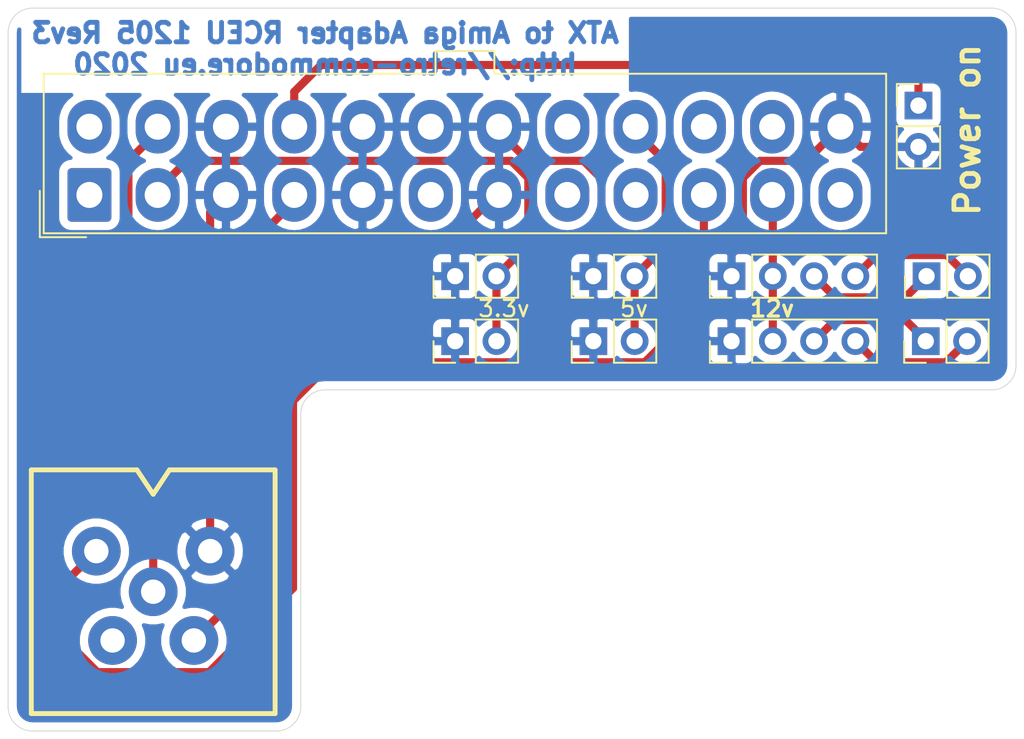
<source format=kicad_pcb>
(kicad_pcb (version 20171130) (host pcbnew "(5.1.5)-3")

  (general
    (thickness 1.6)
    (drawings 17)
    (tracks 88)
    (zones 0)
    (modules 11)
    (nets 15)
  )

  (page A4)
  (title_block
    (title "RCEU 1205 - ATX to Amiga power adapter")
    (date 2020-04-06)
    (rev 1)
    (comment 3 "by Tomse in 2020")
    (comment 4 "http://retro-commodore.eu 2020")
  )

  (layers
    (0 F.Cu signal)
    (31 B.Cu signal)
    (32 B.Adhes user)
    (33 F.Adhes user)
    (34 B.Paste user)
    (35 F.Paste user)
    (36 B.SilkS user)
    (37 F.SilkS user)
    (38 B.Mask user)
    (39 F.Mask user)
    (40 Dwgs.User user)
    (41 Cmts.User user)
    (42 Eco1.User user)
    (43 Eco2.User user)
    (44 Edge.Cuts user)
    (45 Margin user)
    (46 B.CrtYd user)
    (47 F.CrtYd user)
    (48 B.Fab user)
    (49 F.Fab user)
  )

  (setup
    (last_trace_width 0.5)
    (trace_clearance 0.2)
    (zone_clearance 0.508)
    (zone_45_only yes)
    (trace_min 0.2)
    (via_size 0.8)
    (via_drill 0.4)
    (via_min_size 0.4)
    (via_min_drill 0.3)
    (uvia_size 0.3)
    (uvia_drill 0.1)
    (uvias_allowed no)
    (uvia_min_size 0.2)
    (uvia_min_drill 0.1)
    (edge_width 0.05)
    (segment_width 0.2)
    (pcb_text_width 0.3)
    (pcb_text_size 1.5 1.5)
    (mod_edge_width 0.12)
    (mod_text_size 1 1)
    (mod_text_width 0.15)
    (pad_size 1.524 1.524)
    (pad_drill 0.762)
    (pad_to_mask_clearance 0.051)
    (solder_mask_min_width 0.25)
    (aux_axis_origin 0 0)
    (visible_elements 7FFFFFFF)
    (pcbplotparams
      (layerselection 0x010fc_ffffffff)
      (usegerberextensions false)
      (usegerberattributes false)
      (usegerberadvancedattributes false)
      (creategerberjobfile false)
      (excludeedgelayer true)
      (linewidth 0.100000)
      (plotframeref false)
      (viasonmask false)
      (mode 1)
      (useauxorigin false)
      (hpglpennumber 1)
      (hpglpenspeed 20)
      (hpglpendiameter 15.000000)
      (psnegative false)
      (psa4output false)
      (plotreference true)
      (plotvalue true)
      (plotinvisibletext false)
      (padsonsilk false)
      (subtractmaskfromsilk false)
      (outputformat 1)
      (mirror false)
      (drillshape 0)
      (scaleselection 1)
      (outputdirectory "RCEU1205-ATX-to-Amiga-Power/"))
  )

  (net 0 "")
  (net 1 "Net-(J1-Pad20)")
  (net 2 "Net-(J1-Pad9)")
  (net 3 "Net-(J1-Pad8)")
  (net 4 "Net-(J3-Pad3)")
  (net 5 GNDREF)
  (net 6 /+5v)
  (net 7 /PWRON)
  (net 8 /-12v)
  (net 9 /+12v)
  (net 10 /+3.3v)
  (net 11 "Net-(J4-Pad4)")
  (net 12 "Net-(J4-Pad3)")
  (net 13 "Net-(J5-Pad4)")
  (net 14 "Net-(J5-Pad3)")

  (net_class Default "This is the default net class."
    (clearance 0.2)
    (trace_width 0.5)
    (via_dia 0.8)
    (via_drill 0.4)
    (uvia_dia 0.3)
    (uvia_drill 0.1)
    (add_net /+12v)
    (add_net /+3.3v)
    (add_net /+5v)
    (add_net /-12v)
    (add_net /PWRON)
    (add_net GNDREF)
    (add_net "Net-(J1-Pad20)")
    (add_net "Net-(J1-Pad8)")
    (add_net "Net-(J1-Pad9)")
    (add_net "Net-(J3-Pad3)")
    (add_net "Net-(J4-Pad3)")
    (add_net "Net-(J4-Pad4)")
    (add_net "Net-(J5-Pad3)")
    (add_net "Net-(J5-Pad4)")
  )

  (net_class Signal ""
    (clearance 0.2)
    (trace_width 0.5)
    (via_dia 0.8)
    (via_drill 0.4)
    (uvia_dia 0.3)
    (uvia_drill 0.1)
  )

  (module amiga-conn:Molex_Mini-Fit_Jr_5566-24A_2x12_P4.20mm_Vertical (layer B.Cu) (tedit 5F710F6E) (tstamp 5F717C6F)
    (at 109 78.5)
    (descr "Molex Mini-Fit Jr. Power Connectors, old mpn/engineering number: 5566-24A, example for new mpn: 39-28-x24x, 12 Pins per row, Mounting:  (http://www.molex.com/pdm_docs/sd/039281043_sd.pdf), generated with kicad-footprint-generator")
    (tags "connector Molex Mini-Fit_Jr side entry")
    (path /5E8B3602)
    (fp_text reference J1 (at 23.1 3.45) (layer B.SilkS) hide
      (effects (font (size 1 1) (thickness 0.15)) (justify mirror))
    )
    (fp_text value ATX-24 (at 23.1 -9.95) (layer B.Fab)
      (effects (font (size 1 1) (thickness 0.15)) (justify mirror))
    )
    (fp_line (start -2.7 2.25) (end -2.7 -7.35) (layer B.Fab) (width 0.1))
    (fp_line (start -2.7 -7.35) (end 48.9 -7.35) (layer B.Fab) (width 0.1))
    (fp_line (start 48.9 -7.35) (end 48.9 2.25) (layer B.Fab) (width 0.1))
    (fp_line (start 48.9 2.25) (end -2.7 2.25) (layer B.Fab) (width 0.1))
    (fp_line (start 21.4 -7.35) (end 21.4 -8.75) (layer B.Fab) (width 0.1))
    (fp_line (start 21.4 -8.75) (end 24.8 -8.75) (layer B.Fab) (width 0.1))
    (fp_line (start 24.8 -8.75) (end 24.8 -7.35) (layer B.Fab) (width 0.1))
    (fp_line (start -1.65 1) (end -1.65 -2.3) (layer B.Fab) (width 0.1))
    (fp_line (start -1.65 -2.3) (end 1.65 -2.3) (layer B.Fab) (width 0.1))
    (fp_line (start 1.65 -2.3) (end 1.65 1) (layer B.Fab) (width 0.1))
    (fp_line (start 1.65 1) (end -1.65 1) (layer B.Fab) (width 0.1))
    (fp_line (start -1.65 -5.9) (end -1.65 -3.425) (layer B.Fab) (width 0.1))
    (fp_line (start -1.65 -3.425) (end -0.825 -2.6) (layer B.Fab) (width 0.1))
    (fp_line (start -0.825 -2.6) (end 0.825 -2.6) (layer B.Fab) (width 0.1))
    (fp_line (start 0.825 -2.6) (end 1.65 -3.425) (layer B.Fab) (width 0.1))
    (fp_line (start 1.65 -3.425) (end 1.65 -5.9) (layer B.Fab) (width 0.1))
    (fp_line (start 1.65 -5.9) (end -1.65 -5.9) (layer B.Fab) (width 0.1))
    (fp_line (start 2.55 -2.6) (end 2.55 -5.9) (layer B.Fab) (width 0.1))
    (fp_line (start 2.55 -5.9) (end 5.85 -5.9) (layer B.Fab) (width 0.1))
    (fp_line (start 5.85 -5.9) (end 5.85 -2.6) (layer B.Fab) (width 0.1))
    (fp_line (start 5.85 -2.6) (end 2.55 -2.6) (layer B.Fab) (width 0.1))
    (fp_line (start 2.55 -2.3) (end 2.55 0.175) (layer B.Fab) (width 0.1))
    (fp_line (start 2.55 0.175) (end 3.375 1) (layer B.Fab) (width 0.1))
    (fp_line (start 3.375 1) (end 5.025 1) (layer B.Fab) (width 0.1))
    (fp_line (start 5.025 1) (end 5.85 0.175) (layer B.Fab) (width 0.1))
    (fp_line (start 5.85 0.175) (end 5.85 -2.3) (layer B.Fab) (width 0.1))
    (fp_line (start 5.85 -2.3) (end 2.55 -2.3) (layer B.Fab) (width 0.1))
    (fp_line (start 6.75 -2.6) (end 6.75 -5.9) (layer B.Fab) (width 0.1))
    (fp_line (start 6.75 -5.9) (end 10.05 -5.9) (layer B.Fab) (width 0.1))
    (fp_line (start 10.05 -5.9) (end 10.05 -2.6) (layer B.Fab) (width 0.1))
    (fp_line (start 10.05 -2.6) (end 6.75 -2.6) (layer B.Fab) (width 0.1))
    (fp_line (start 6.75 -2.3) (end 6.75 0.175) (layer B.Fab) (width 0.1))
    (fp_line (start 6.75 0.175) (end 7.575 1) (layer B.Fab) (width 0.1))
    (fp_line (start 7.575 1) (end 9.225 1) (layer B.Fab) (width 0.1))
    (fp_line (start 9.225 1) (end 10.05 0.175) (layer B.Fab) (width 0.1))
    (fp_line (start 10.05 0.175) (end 10.05 -2.3) (layer B.Fab) (width 0.1))
    (fp_line (start 10.05 -2.3) (end 6.75 -2.3) (layer B.Fab) (width 0.1))
    (fp_line (start 10.95 1) (end 10.95 -2.3) (layer B.Fab) (width 0.1))
    (fp_line (start 10.95 -2.3) (end 14.25 -2.3) (layer B.Fab) (width 0.1))
    (fp_line (start 14.25 -2.3) (end 14.25 1) (layer B.Fab) (width 0.1))
    (fp_line (start 14.25 1) (end 10.95 1) (layer B.Fab) (width 0.1))
    (fp_line (start 10.95 -5.9) (end 10.95 -3.425) (layer B.Fab) (width 0.1))
    (fp_line (start 10.95 -3.425) (end 11.775 -2.6) (layer B.Fab) (width 0.1))
    (fp_line (start 11.775 -2.6) (end 13.425 -2.6) (layer B.Fab) (width 0.1))
    (fp_line (start 13.425 -2.6) (end 14.25 -3.425) (layer B.Fab) (width 0.1))
    (fp_line (start 14.25 -3.425) (end 14.25 -5.9) (layer B.Fab) (width 0.1))
    (fp_line (start 14.25 -5.9) (end 10.95 -5.9) (layer B.Fab) (width 0.1))
    (fp_line (start 15.15 1) (end 15.15 -2.3) (layer B.Fab) (width 0.1))
    (fp_line (start 15.15 -2.3) (end 18.45 -2.3) (layer B.Fab) (width 0.1))
    (fp_line (start 18.45 -2.3) (end 18.45 1) (layer B.Fab) (width 0.1))
    (fp_line (start 18.45 1) (end 15.15 1) (layer B.Fab) (width 0.1))
    (fp_line (start 15.15 -5.9) (end 15.15 -3.425) (layer B.Fab) (width 0.1))
    (fp_line (start 15.15 -3.425) (end 15.975 -2.6) (layer B.Fab) (width 0.1))
    (fp_line (start 15.975 -2.6) (end 17.625 -2.6) (layer B.Fab) (width 0.1))
    (fp_line (start 17.625 -2.6) (end 18.45 -3.425) (layer B.Fab) (width 0.1))
    (fp_line (start 18.45 -3.425) (end 18.45 -5.9) (layer B.Fab) (width 0.1))
    (fp_line (start 18.45 -5.9) (end 15.15 -5.9) (layer B.Fab) (width 0.1))
    (fp_line (start 19.35 -2.6) (end 19.35 -5.9) (layer B.Fab) (width 0.1))
    (fp_line (start 19.35 -5.9) (end 22.65 -5.9) (layer B.Fab) (width 0.1))
    (fp_line (start 22.65 -5.9) (end 22.65 -2.6) (layer B.Fab) (width 0.1))
    (fp_line (start 22.65 -2.6) (end 19.35 -2.6) (layer B.Fab) (width 0.1))
    (fp_line (start 19.35 -2.3) (end 19.35 0.175) (layer B.Fab) (width 0.1))
    (fp_line (start 19.35 0.175) (end 20.175 1) (layer B.Fab) (width 0.1))
    (fp_line (start 20.175 1) (end 21.825 1) (layer B.Fab) (width 0.1))
    (fp_line (start 21.825 1) (end 22.65 0.175) (layer B.Fab) (width 0.1))
    (fp_line (start 22.65 0.175) (end 22.65 -2.3) (layer B.Fab) (width 0.1))
    (fp_line (start 22.65 -2.3) (end 19.35 -2.3) (layer B.Fab) (width 0.1))
    (fp_line (start 23.55 -2.6) (end 23.55 -5.9) (layer B.Fab) (width 0.1))
    (fp_line (start 23.55 -5.9) (end 26.85 -5.9) (layer B.Fab) (width 0.1))
    (fp_line (start 26.85 -5.9) (end 26.85 -2.6) (layer B.Fab) (width 0.1))
    (fp_line (start 26.85 -2.6) (end 23.55 -2.6) (layer B.Fab) (width 0.1))
    (fp_line (start 23.55 -2.3) (end 23.55 0.175) (layer B.Fab) (width 0.1))
    (fp_line (start 23.55 0.175) (end 24.375 1) (layer B.Fab) (width 0.1))
    (fp_line (start 24.375 1) (end 26.025 1) (layer B.Fab) (width 0.1))
    (fp_line (start 26.025 1) (end 26.85 0.175) (layer B.Fab) (width 0.1))
    (fp_line (start 26.85 0.175) (end 26.85 -2.3) (layer B.Fab) (width 0.1))
    (fp_line (start 26.85 -2.3) (end 23.55 -2.3) (layer B.Fab) (width 0.1))
    (fp_line (start 27.75 1) (end 27.75 -2.3) (layer B.Fab) (width 0.1))
    (fp_line (start 27.75 -2.3) (end 31.05 -2.3) (layer B.Fab) (width 0.1))
    (fp_line (start 31.05 -2.3) (end 31.05 1) (layer B.Fab) (width 0.1))
    (fp_line (start 31.05 1) (end 27.75 1) (layer B.Fab) (width 0.1))
    (fp_line (start 27.75 -5.9) (end 27.75 -3.425) (layer B.Fab) (width 0.1))
    (fp_line (start 27.75 -3.425) (end 28.575 -2.6) (layer B.Fab) (width 0.1))
    (fp_line (start 28.575 -2.6) (end 30.225 -2.6) (layer B.Fab) (width 0.1))
    (fp_line (start 30.225 -2.6) (end 31.05 -3.425) (layer B.Fab) (width 0.1))
    (fp_line (start 31.05 -3.425) (end 31.05 -5.9) (layer B.Fab) (width 0.1))
    (fp_line (start 31.05 -5.9) (end 27.75 -5.9) (layer B.Fab) (width 0.1))
    (fp_line (start 31.95 1) (end 31.95 -2.3) (layer B.Fab) (width 0.1))
    (fp_line (start 31.95 -2.3) (end 35.25 -2.3) (layer B.Fab) (width 0.1))
    (fp_line (start 35.25 -2.3) (end 35.25 1) (layer B.Fab) (width 0.1))
    (fp_line (start 35.25 1) (end 31.95 1) (layer B.Fab) (width 0.1))
    (fp_line (start 31.95 -5.9) (end 31.95 -3.425) (layer B.Fab) (width 0.1))
    (fp_line (start 31.95 -3.425) (end 32.775 -2.6) (layer B.Fab) (width 0.1))
    (fp_line (start 32.775 -2.6) (end 34.425 -2.6) (layer B.Fab) (width 0.1))
    (fp_line (start 34.425 -2.6) (end 35.25 -3.425) (layer B.Fab) (width 0.1))
    (fp_line (start 35.25 -3.425) (end 35.25 -5.9) (layer B.Fab) (width 0.1))
    (fp_line (start 35.25 -5.9) (end 31.95 -5.9) (layer B.Fab) (width 0.1))
    (fp_line (start 36.15 -2.6) (end 36.15 -5.9) (layer B.Fab) (width 0.1))
    (fp_line (start 36.15 -5.9) (end 39.45 -5.9) (layer B.Fab) (width 0.1))
    (fp_line (start 39.45 -5.9) (end 39.45 -2.6) (layer B.Fab) (width 0.1))
    (fp_line (start 39.45 -2.6) (end 36.15 -2.6) (layer B.Fab) (width 0.1))
    (fp_line (start 36.15 -2.3) (end 36.15 0.175) (layer B.Fab) (width 0.1))
    (fp_line (start 36.15 0.175) (end 36.975 1) (layer B.Fab) (width 0.1))
    (fp_line (start 36.975 1) (end 38.625 1) (layer B.Fab) (width 0.1))
    (fp_line (start 38.625 1) (end 39.45 0.175) (layer B.Fab) (width 0.1))
    (fp_line (start 39.45 0.175) (end 39.45 -2.3) (layer B.Fab) (width 0.1))
    (fp_line (start 39.45 -2.3) (end 36.15 -2.3) (layer B.Fab) (width 0.1))
    (fp_line (start 40.35 -2.6) (end 40.35 -5.9) (layer B.Fab) (width 0.1))
    (fp_line (start 40.35 -5.9) (end 43.65 -5.9) (layer B.Fab) (width 0.1))
    (fp_line (start 43.65 -5.9) (end 43.65 -2.6) (layer B.Fab) (width 0.1))
    (fp_line (start 43.65 -2.6) (end 40.35 -2.6) (layer B.Fab) (width 0.1))
    (fp_line (start 40.35 -2.3) (end 40.35 0.175) (layer B.Fab) (width 0.1))
    (fp_line (start 40.35 0.175) (end 41.175 1) (layer B.Fab) (width 0.1))
    (fp_line (start 41.175 1) (end 42.825 1) (layer B.Fab) (width 0.1))
    (fp_line (start 42.825 1) (end 43.65 0.175) (layer B.Fab) (width 0.1))
    (fp_line (start 43.65 0.175) (end 43.65 -2.3) (layer B.Fab) (width 0.1))
    (fp_line (start 43.65 -2.3) (end 40.35 -2.3) (layer B.Fab) (width 0.1))
    (fp_line (start 44.55 1) (end 44.55 -2.3) (layer B.Fab) (width 0.1))
    (fp_line (start 44.55 -2.3) (end 47.85 -2.3) (layer B.Fab) (width 0.1))
    (fp_line (start 47.85 -2.3) (end 47.85 1) (layer B.Fab) (width 0.1))
    (fp_line (start 47.85 1) (end 44.55 1) (layer B.Fab) (width 0.1))
    (fp_line (start 44.55 -5.9) (end 44.55 -3.425) (layer B.Fab) (width 0.1))
    (fp_line (start 44.55 -3.425) (end 45.375 -2.6) (layer B.Fab) (width 0.1))
    (fp_line (start 45.375 -2.6) (end 47.025 -2.6) (layer B.Fab) (width 0.1))
    (fp_line (start 47.025 -2.6) (end 47.85 -3.425) (layer B.Fab) (width 0.1))
    (fp_line (start 47.85 -3.425) (end 47.85 -5.9) (layer B.Fab) (width 0.1))
    (fp_line (start 47.85 -5.9) (end 44.55 -5.9) (layer B.Fab) (width 0.1))
    (fp_line (start 23.1 2.36) (end -2.81 2.36) (layer F.SilkS) (width 0.12))
    (fp_line (start -2.81 2.36) (end -2.81 -7.46) (layer F.SilkS) (width 0.12))
    (fp_line (start -2.81 -7.46) (end 21.29 -7.46) (layer F.SilkS) (width 0.12))
    (fp_line (start 21.29 -7.46) (end 21.29 -8.86) (layer F.SilkS) (width 0.12))
    (fp_line (start 21.29 -8.86) (end 23.1 -8.86) (layer F.SilkS) (width 0.12))
    (fp_line (start 23.1 2.36) (end 49.01 2.36) (layer F.SilkS) (width 0.12))
    (fp_line (start 49.01 2.36) (end 49.01 -7.46) (layer F.SilkS) (width 0.12))
    (fp_line (start 49.01 -7.46) (end 24.91 -7.46) (layer F.SilkS) (width 0.12))
    (fp_line (start 24.91 -7.46) (end 24.91 -8.86) (layer F.SilkS) (width 0.12))
    (fp_line (start 24.91 -8.86) (end 23.1 -8.86) (layer F.SilkS) (width 0.12))
    (fp_line (start -0.2 2.6) (end -3.05 2.6) (layer F.SilkS) (width 0.12))
    (fp_line (start -3.05 2.6) (end -3.05 -0.25) (layer F.SilkS) (width 0.12))
    (fp_line (start -0.2 2.6) (end -3.05 2.6) (layer B.Fab) (width 0.1))
    (fp_line (start -3.05 2.6) (end -3.05 -0.25) (layer B.Fab) (width 0.1))
    (fp_line (start -3.2 2.75) (end -3.2 -9.25) (layer B.CrtYd) (width 0.05))
    (fp_line (start -3.2 -9.25) (end 49.4 -9.25) (layer B.CrtYd) (width 0.05))
    (fp_line (start 49.4 -9.25) (end 49.4 2.75) (layer B.CrtYd) (width 0.05))
    (fp_line (start 49.4 2.75) (end -3.2 2.75) (layer B.CrtYd) (width 0.05))
    (fp_text user %R (at 23.1 1.55) (layer B.Fab)
      (effects (font (size 1 1) (thickness 0.15)) (justify mirror))
    )
    (pad 1 thru_hole roundrect (at 0 0) (size 2.7 3.3) (drill 1.6) (layers *.Cu *.Mask) (roundrect_rratio 0.09300000000000001)
      (net 10 /+3.3v))
    (pad 2 thru_hole oval (at 4.2 0) (size 2.7 3.3) (drill 1.6) (layers *.Cu *.Mask)
      (net 10 /+3.3v))
    (pad 3 thru_hole oval (at 8.4 0) (size 2.7 3.3) (drill 1.6) (layers *.Cu *.Mask)
      (net 5 GNDREF))
    (pad 4 thru_hole oval (at 12.6 0) (size 2.7 3.3) (drill 1.6) (layers *.Cu *.Mask)
      (net 6 /+5v))
    (pad 5 thru_hole oval (at 16.8 0) (size 2.7 3.3) (drill 1.6) (layers *.Cu *.Mask)
      (net 5 GNDREF))
    (pad 6 thru_hole oval (at 21 0) (size 2.7 3.3) (drill 1.6) (layers *.Cu *.Mask)
      (net 6 /+5v))
    (pad 7 thru_hole oval (at 25.2 0) (size 2.7 3.3) (drill 1.6) (layers *.Cu *.Mask)
      (net 5 GNDREF))
    (pad 8 thru_hole oval (at 29.4 0) (size 2.7 3.3) (drill 1.6) (layers *.Cu *.Mask)
      (net 3 "Net-(J1-Pad8)"))
    (pad 9 thru_hole oval (at 33.6 0) (size 2.7 3.3) (drill 1.6) (layers *.Cu *.Mask)
      (net 2 "Net-(J1-Pad9)"))
    (pad 10 thru_hole oval (at 37.8 0) (size 2.7 3.3) (drill 1.6) (layers *.Cu *.Mask)
      (net 9 /+12v))
    (pad 11 thru_hole oval (at 42 0) (size 2.7 3.3) (drill 1.6) (layers *.Cu *.Mask)
      (net 9 /+12v))
    (pad 12 thru_hole oval (at 46.2 0) (size 2.7 3.3) (drill 1.6) (layers *.Cu *.Mask)
      (net 10 /+3.3v))
    (pad 13 thru_hole oval (at 0 -4.2) (size 2.7 3.3) (drill 1.6) (layers *.Cu *.Mask)
      (net 10 /+3.3v))
    (pad 14 thru_hole oval (at 4.2 -4.2) (size 2.7 3.3) (drill 1.6) (layers *.Cu *.Mask)
      (net 8 /-12v))
    (pad 15 thru_hole oval (at 8.4 -4.2) (size 2.7 3.3) (drill 1.6) (layers *.Cu *.Mask)
      (net 5 GNDREF))
    (pad 16 thru_hole oval (at 12.6 -4.2) (size 2.7 3.3) (drill 1.6) (layers *.Cu *.Mask)
      (net 7 /PWRON))
    (pad 17 thru_hole oval (at 16.8 -4.2) (size 2.7 3.3) (drill 1.6) (layers *.Cu *.Mask)
      (net 5 GNDREF))
    (pad 18 thru_hole oval (at 21 -4.2) (size 2.7 3.3) (drill 1.6) (layers *.Cu *.Mask)
      (net 5 GNDREF))
    (pad 19 thru_hole oval (at 25.2 -4.2) (size 2.7 3.3) (drill 1.6) (layers *.Cu *.Mask)
      (net 5 GNDREF))
    (pad 20 thru_hole oval (at 29.4 -4.2) (size 2.7 3.3) (drill 1.6) (layers *.Cu *.Mask)
      (net 1 "Net-(J1-Pad20)"))
    (pad 21 thru_hole oval (at 33.6 -4.2) (size 2.7 3.3) (drill 1.6) (layers *.Cu *.Mask)
      (net 6 /+5v))
    (pad 22 thru_hole oval (at 37.8 -4.2) (size 2.7 3.3) (drill 1.6) (layers *.Cu *.Mask)
      (net 6 /+5v))
    (pad 23 thru_hole oval (at 42 -4.2) (size 2.7 3.3) (drill 1.6) (layers *.Cu *.Mask)
      (net 6 /+5v))
    (pad 24 thru_hole oval (at 46.2 -4.2) (size 2.7 3.3) (drill 1.6) (layers *.Cu *.Mask)
      (net 5 GNDREF))
    (model ${KISYS3DMOD}/Connector_Molex.3dshapes/Molex_Mini-Fit_Jr_5566-24A_2x12_P4.20mm_Vertical.wrl
      (at (xyz 0 0 0))
      (scale (xyz 1 1 1))
      (rotate (xyz 0 0 0))
    )
  )

  (module Connector_PinHeader_2.54mm:PinHeader_1x02_P2.54mm_Vertical (layer F.Cu) (tedit 59FED5CC) (tstamp 5E8B9B32)
    (at 160 73)
    (descr "Through hole straight pin header, 1x02, 2.54mm pitch, single row")
    (tags "Through hole pin header THT 1x02 2.54mm single row")
    (path /5E8B8529)
    (fp_text reference J2 (at 0 -2.33) (layer F.SilkS) hide
      (effects (font (size 1 1) (thickness 0.15)))
    )
    (fp_text value Conn_01x02 (at 0 4.87) (layer F.Fab)
      (effects (font (size 1 1) (thickness 0.15)))
    )
    (fp_text user %R (at 0 1.27 90) (layer F.Fab)
      (effects (font (size 1 1) (thickness 0.15)))
    )
    (fp_line (start 1.8 -1.8) (end -1.8 -1.8) (layer F.CrtYd) (width 0.05))
    (fp_line (start 1.8 4.35) (end 1.8 -1.8) (layer F.CrtYd) (width 0.05))
    (fp_line (start -1.8 4.35) (end 1.8 4.35) (layer F.CrtYd) (width 0.05))
    (fp_line (start -1.8 -1.8) (end -1.8 4.35) (layer F.CrtYd) (width 0.05))
    (fp_line (start -1.33 -1.33) (end 0 -1.33) (layer F.SilkS) (width 0.12))
    (fp_line (start -1.33 0) (end -1.33 -1.33) (layer F.SilkS) (width 0.12))
    (fp_line (start -1.33 1.27) (end 1.33 1.27) (layer F.SilkS) (width 0.12))
    (fp_line (start 1.33 1.27) (end 1.33 3.87) (layer F.SilkS) (width 0.12))
    (fp_line (start -1.33 1.27) (end -1.33 3.87) (layer F.SilkS) (width 0.12))
    (fp_line (start -1.33 3.87) (end 1.33 3.87) (layer F.SilkS) (width 0.12))
    (fp_line (start -1.27 -0.635) (end -0.635 -1.27) (layer F.Fab) (width 0.1))
    (fp_line (start -1.27 3.81) (end -1.27 -0.635) (layer F.Fab) (width 0.1))
    (fp_line (start 1.27 3.81) (end -1.27 3.81) (layer F.Fab) (width 0.1))
    (fp_line (start 1.27 -1.27) (end 1.27 3.81) (layer F.Fab) (width 0.1))
    (fp_line (start -0.635 -1.27) (end 1.27 -1.27) (layer F.Fab) (width 0.1))
    (pad 2 thru_hole oval (at 0 2.54) (size 1.7 1.7) (drill 1) (layers *.Cu *.Mask)
      (net 5 GNDREF))
    (pad 1 thru_hole rect (at 0 0) (size 1.7 1.7) (drill 1) (layers *.Cu *.Mask)
      (net 7 /PWRON))
    (model ${KISYS3DMOD}/Connector_PinHeader_2.54mm.3dshapes/PinHeader_1x02_P2.54mm_Vertical.wrl
      (at (xyz 0 0 0))
      (scale (xyz 1 1 1))
      (rotate (xyz 0 0 0))
    )
  )

  (module Connector_PinHeader_2.54mm:PinHeader_1x02_P2.54mm_Vertical (layer F.Cu) (tedit 59FED5CC) (tstamp 5E8BAC66)
    (at 131.5 83.5 90)
    (descr "Through hole straight pin header, 1x02, 2.54mm pitch, single row")
    (tags "Through hole pin header THT 1x02 2.54mm single row")
    (path /5E8C433A)
    (fp_text reference J11 (at 0 -2.33 90) (layer F.SilkS) hide
      (effects (font (size 1 1) (thickness 0.15)))
    )
    (fp_text value Conn_01x02 (at 0 4.87 90) (layer F.Fab)
      (effects (font (size 1 1) (thickness 0.15)))
    )
    (fp_text user %R (at 0 1.27) (layer F.Fab)
      (effects (font (size 1 1) (thickness 0.15)))
    )
    (fp_line (start 1.8 -1.8) (end -1.8 -1.8) (layer F.CrtYd) (width 0.05))
    (fp_line (start 1.8 4.35) (end 1.8 -1.8) (layer F.CrtYd) (width 0.05))
    (fp_line (start -1.8 4.35) (end 1.8 4.35) (layer F.CrtYd) (width 0.05))
    (fp_line (start -1.8 -1.8) (end -1.8 4.35) (layer F.CrtYd) (width 0.05))
    (fp_line (start -1.33 -1.33) (end 0 -1.33) (layer F.SilkS) (width 0.12))
    (fp_line (start -1.33 0) (end -1.33 -1.33) (layer F.SilkS) (width 0.12))
    (fp_line (start -1.33 1.27) (end 1.33 1.27) (layer F.SilkS) (width 0.12))
    (fp_line (start 1.33 1.27) (end 1.33 3.87) (layer F.SilkS) (width 0.12))
    (fp_line (start -1.33 1.27) (end -1.33 3.87) (layer F.SilkS) (width 0.12))
    (fp_line (start -1.33 3.87) (end 1.33 3.87) (layer F.SilkS) (width 0.12))
    (fp_line (start -1.27 -0.635) (end -0.635 -1.27) (layer F.Fab) (width 0.1))
    (fp_line (start -1.27 3.81) (end -1.27 -0.635) (layer F.Fab) (width 0.1))
    (fp_line (start 1.27 3.81) (end -1.27 3.81) (layer F.Fab) (width 0.1))
    (fp_line (start 1.27 -1.27) (end 1.27 3.81) (layer F.Fab) (width 0.1))
    (fp_line (start -0.635 -1.27) (end 1.27 -1.27) (layer F.Fab) (width 0.1))
    (pad 2 thru_hole oval (at 0 2.54 90) (size 1.7 1.7) (drill 1) (layers *.Cu *.Mask)
      (net 10 /+3.3v))
    (pad 1 thru_hole rect (at 0 0 90) (size 1.7 1.7) (drill 1) (layers *.Cu *.Mask)
      (net 5 GNDREF))
    (model ${KISYS3DMOD}/Connector_PinHeader_2.54mm.3dshapes/PinHeader_1x02_P2.54mm_Vertical.wrl
      (at (xyz 0 0 0))
      (scale (xyz 1 1 1))
      (rotate (xyz 0 0 0))
    )
  )

  (module Connector_PinHeader_2.54mm:PinHeader_1x02_P2.54mm_Vertical (layer F.Cu) (tedit 59FED5CC) (tstamp 5E8BAC50)
    (at 131.5 87.5 90)
    (descr "Through hole straight pin header, 1x02, 2.54mm pitch, single row")
    (tags "Through hole pin header THT 1x02 2.54mm single row")
    (path /5E8C3E9D)
    (fp_text reference J10 (at 0 -2.33 90) (layer F.SilkS) hide
      (effects (font (size 1 1) (thickness 0.15)))
    )
    (fp_text value Conn_01x02 (at 0 4.87 90) (layer F.Fab)
      (effects (font (size 1 1) (thickness 0.15)))
    )
    (fp_text user %R (at 0 1.27) (layer F.Fab)
      (effects (font (size 1 1) (thickness 0.15)))
    )
    (fp_line (start 1.8 -1.8) (end -1.8 -1.8) (layer F.CrtYd) (width 0.05))
    (fp_line (start 1.8 4.35) (end 1.8 -1.8) (layer F.CrtYd) (width 0.05))
    (fp_line (start -1.8 4.35) (end 1.8 4.35) (layer F.CrtYd) (width 0.05))
    (fp_line (start -1.8 -1.8) (end -1.8 4.35) (layer F.CrtYd) (width 0.05))
    (fp_line (start -1.33 -1.33) (end 0 -1.33) (layer F.SilkS) (width 0.12))
    (fp_line (start -1.33 0) (end -1.33 -1.33) (layer F.SilkS) (width 0.12))
    (fp_line (start -1.33 1.27) (end 1.33 1.27) (layer F.SilkS) (width 0.12))
    (fp_line (start 1.33 1.27) (end 1.33 3.87) (layer F.SilkS) (width 0.12))
    (fp_line (start -1.33 1.27) (end -1.33 3.87) (layer F.SilkS) (width 0.12))
    (fp_line (start -1.33 3.87) (end 1.33 3.87) (layer F.SilkS) (width 0.12))
    (fp_line (start -1.27 -0.635) (end -0.635 -1.27) (layer F.Fab) (width 0.1))
    (fp_line (start -1.27 3.81) (end -1.27 -0.635) (layer F.Fab) (width 0.1))
    (fp_line (start 1.27 3.81) (end -1.27 3.81) (layer F.Fab) (width 0.1))
    (fp_line (start 1.27 -1.27) (end 1.27 3.81) (layer F.Fab) (width 0.1))
    (fp_line (start -0.635 -1.27) (end 1.27 -1.27) (layer F.Fab) (width 0.1))
    (pad 2 thru_hole oval (at 0 2.54 90) (size 1.7 1.7) (drill 1) (layers *.Cu *.Mask)
      (net 10 /+3.3v))
    (pad 1 thru_hole rect (at 0 0 90) (size 1.7 1.7) (drill 1) (layers *.Cu *.Mask)
      (net 5 GNDREF))
    (model ${KISYS3DMOD}/Connector_PinHeader_2.54mm.3dshapes/PinHeader_1x02_P2.54mm_Vertical.wrl
      (at (xyz 0 0 0))
      (scale (xyz 1 1 1))
      (rotate (xyz 0 0 0))
    )
  )

  (module Connector_PinHeader_2.54mm:PinHeader_1x02_P2.54mm_Vertical (layer F.Cu) (tedit 59FED5CC) (tstamp 5E8BAC3A)
    (at 140 87.5 90)
    (descr "Through hole straight pin header, 1x02, 2.54mm pitch, single row")
    (tags "Through hole pin header THT 1x02 2.54mm single row")
    (path /5E8C3893)
    (fp_text reference J9 (at 0 -2.33 90) (layer F.SilkS) hide
      (effects (font (size 1 1) (thickness 0.15)))
    )
    (fp_text value Conn_01x02 (at 0 4.87 90) (layer F.Fab)
      (effects (font (size 1 1) (thickness 0.15)))
    )
    (fp_text user %R (at 0 1.27) (layer F.Fab)
      (effects (font (size 1 1) (thickness 0.15)))
    )
    (fp_line (start 1.8 -1.8) (end -1.8 -1.8) (layer F.CrtYd) (width 0.05))
    (fp_line (start 1.8 4.35) (end 1.8 -1.8) (layer F.CrtYd) (width 0.05))
    (fp_line (start -1.8 4.35) (end 1.8 4.35) (layer F.CrtYd) (width 0.05))
    (fp_line (start -1.8 -1.8) (end -1.8 4.35) (layer F.CrtYd) (width 0.05))
    (fp_line (start -1.33 -1.33) (end 0 -1.33) (layer F.SilkS) (width 0.12))
    (fp_line (start -1.33 0) (end -1.33 -1.33) (layer F.SilkS) (width 0.12))
    (fp_line (start -1.33 1.27) (end 1.33 1.27) (layer F.SilkS) (width 0.12))
    (fp_line (start 1.33 1.27) (end 1.33 3.87) (layer F.SilkS) (width 0.12))
    (fp_line (start -1.33 1.27) (end -1.33 3.87) (layer F.SilkS) (width 0.12))
    (fp_line (start -1.33 3.87) (end 1.33 3.87) (layer F.SilkS) (width 0.12))
    (fp_line (start -1.27 -0.635) (end -0.635 -1.27) (layer F.Fab) (width 0.1))
    (fp_line (start -1.27 3.81) (end -1.27 -0.635) (layer F.Fab) (width 0.1))
    (fp_line (start 1.27 3.81) (end -1.27 3.81) (layer F.Fab) (width 0.1))
    (fp_line (start 1.27 -1.27) (end 1.27 3.81) (layer F.Fab) (width 0.1))
    (fp_line (start -0.635 -1.27) (end 1.27 -1.27) (layer F.Fab) (width 0.1))
    (pad 2 thru_hole oval (at 0 2.54 90) (size 1.7 1.7) (drill 1) (layers *.Cu *.Mask)
      (net 6 /+5v))
    (pad 1 thru_hole rect (at 0 0 90) (size 1.7 1.7) (drill 1) (layers *.Cu *.Mask)
      (net 5 GNDREF))
    (model ${KISYS3DMOD}/Connector_PinHeader_2.54mm.3dshapes/PinHeader_1x02_P2.54mm_Vertical.wrl
      (at (xyz 0 0 0))
      (scale (xyz 1 1 1))
      (rotate (xyz 0 0 0))
    )
  )

  (module Connector_PinHeader_2.54mm:PinHeader_1x02_P2.54mm_Vertical (layer F.Cu) (tedit 59FED5CC) (tstamp 5E8BAC24)
    (at 140 83.5 90)
    (descr "Through hole straight pin header, 1x02, 2.54mm pitch, single row")
    (tags "Through hole pin header THT 1x02 2.54mm single row")
    (path /5E8C2834)
    (fp_text reference J8 (at 0 -2.33 90) (layer F.SilkS) hide
      (effects (font (size 1 1) (thickness 0.15)))
    )
    (fp_text value Conn_01x02 (at 0 4.87 90) (layer F.Fab)
      (effects (font (size 1 1) (thickness 0.15)))
    )
    (fp_text user %R (at 0 1.27) (layer F.Fab)
      (effects (font (size 1 1) (thickness 0.15)))
    )
    (fp_line (start 1.8 -1.8) (end -1.8 -1.8) (layer F.CrtYd) (width 0.05))
    (fp_line (start 1.8 4.35) (end 1.8 -1.8) (layer F.CrtYd) (width 0.05))
    (fp_line (start -1.8 4.35) (end 1.8 4.35) (layer F.CrtYd) (width 0.05))
    (fp_line (start -1.8 -1.8) (end -1.8 4.35) (layer F.CrtYd) (width 0.05))
    (fp_line (start -1.33 -1.33) (end 0 -1.33) (layer F.SilkS) (width 0.12))
    (fp_line (start -1.33 0) (end -1.33 -1.33) (layer F.SilkS) (width 0.12))
    (fp_line (start -1.33 1.27) (end 1.33 1.27) (layer F.SilkS) (width 0.12))
    (fp_line (start 1.33 1.27) (end 1.33 3.87) (layer F.SilkS) (width 0.12))
    (fp_line (start -1.33 1.27) (end -1.33 3.87) (layer F.SilkS) (width 0.12))
    (fp_line (start -1.33 3.87) (end 1.33 3.87) (layer F.SilkS) (width 0.12))
    (fp_line (start -1.27 -0.635) (end -0.635 -1.27) (layer F.Fab) (width 0.1))
    (fp_line (start -1.27 3.81) (end -1.27 -0.635) (layer F.Fab) (width 0.1))
    (fp_line (start 1.27 3.81) (end -1.27 3.81) (layer F.Fab) (width 0.1))
    (fp_line (start 1.27 -1.27) (end 1.27 3.81) (layer F.Fab) (width 0.1))
    (fp_line (start -0.635 -1.27) (end 1.27 -1.27) (layer F.Fab) (width 0.1))
    (pad 2 thru_hole oval (at 0 2.54 90) (size 1.7 1.7) (drill 1) (layers *.Cu *.Mask)
      (net 6 /+5v))
    (pad 1 thru_hole rect (at 0 0 90) (size 1.7 1.7) (drill 1) (layers *.Cu *.Mask)
      (net 5 GNDREF))
    (model ${KISYS3DMOD}/Connector_PinHeader_2.54mm.3dshapes/PinHeader_1x02_P2.54mm_Vertical.wrl
      (at (xyz 0 0 0))
      (scale (xyz 1 1 1))
      (rotate (xyz 0 0 0))
    )
  )

  (module Connector_PinHeader_2.54mm:PinHeader_1x02_P2.54mm_Vertical (layer F.Cu) (tedit 59FED5CC) (tstamp 5E8BADE2)
    (at 160.45 87.5 90)
    (descr "Through hole straight pin header, 1x02, 2.54mm pitch, single row")
    (tags "Through hole pin header THT 1x02 2.54mm single row")
    (path /5E8DF026)
    (fp_text reference J7 (at 0 -2.33 90) (layer F.SilkS) hide
      (effects (font (size 1 1) (thickness 0.15)))
    )
    (fp_text value Conn_01x02 (at 0 4.87 90) (layer F.Fab)
      (effects (font (size 1 1) (thickness 0.15)))
    )
    (fp_text user %R (at 0 1.27) (layer F.Fab)
      (effects (font (size 1 1) (thickness 0.15)))
    )
    (fp_line (start 1.8 -1.8) (end -1.8 -1.8) (layer F.CrtYd) (width 0.05))
    (fp_line (start 1.8 4.35) (end 1.8 -1.8) (layer F.CrtYd) (width 0.05))
    (fp_line (start -1.8 4.35) (end 1.8 4.35) (layer F.CrtYd) (width 0.05))
    (fp_line (start -1.8 -1.8) (end -1.8 4.35) (layer F.CrtYd) (width 0.05))
    (fp_line (start -1.33 -1.33) (end 0 -1.33) (layer F.SilkS) (width 0.12))
    (fp_line (start -1.33 0) (end -1.33 -1.33) (layer F.SilkS) (width 0.12))
    (fp_line (start -1.33 1.27) (end 1.33 1.27) (layer F.SilkS) (width 0.12))
    (fp_line (start 1.33 1.27) (end 1.33 3.87) (layer F.SilkS) (width 0.12))
    (fp_line (start -1.33 1.27) (end -1.33 3.87) (layer F.SilkS) (width 0.12))
    (fp_line (start -1.33 3.87) (end 1.33 3.87) (layer F.SilkS) (width 0.12))
    (fp_line (start -1.27 -0.635) (end -0.635 -1.27) (layer F.Fab) (width 0.1))
    (fp_line (start -1.27 3.81) (end -1.27 -0.635) (layer F.Fab) (width 0.1))
    (fp_line (start 1.27 3.81) (end -1.27 3.81) (layer F.Fab) (width 0.1))
    (fp_line (start 1.27 -1.27) (end 1.27 3.81) (layer F.Fab) (width 0.1))
    (fp_line (start -0.635 -1.27) (end 1.27 -1.27) (layer F.Fab) (width 0.1))
    (pad 2 thru_hole oval (at 0 2.54 90) (size 1.7 1.7) (drill 1) (layers *.Cu *.Mask)
      (net 13 "Net-(J5-Pad4)"))
    (pad 1 thru_hole rect (at 0 0 90) (size 1.7 1.7) (drill 1) (layers *.Cu *.Mask)
      (net 14 "Net-(J5-Pad3)"))
    (model ${KISYS3DMOD}/Connector_PinHeader_2.54mm.3dshapes/PinHeader_1x02_P2.54mm_Vertical.wrl
      (at (xyz 0 0 0))
      (scale (xyz 1 1 1))
      (rotate (xyz 0 0 0))
    )
  )

  (module Connector_PinHeader_2.54mm:PinHeader_1x02_P2.54mm_Vertical (layer F.Cu) (tedit 59FED5CC) (tstamp 5E8BABF8)
    (at 160.5 83.5 90)
    (descr "Through hole straight pin header, 1x02, 2.54mm pitch, single row")
    (tags "Through hole pin header THT 1x02 2.54mm single row")
    (path /5E8DE1D6)
    (fp_text reference J6 (at 0 -2.33 90) (layer F.SilkS) hide
      (effects (font (size 1 1) (thickness 0.15)))
    )
    (fp_text value Conn_01x02 (at 0 4.87 90) (layer F.Fab)
      (effects (font (size 1 1) (thickness 0.15)))
    )
    (fp_text user %R (at 0 1.27) (layer F.Fab)
      (effects (font (size 1 1) (thickness 0.15)))
    )
    (fp_line (start 1.8 -1.8) (end -1.8 -1.8) (layer F.CrtYd) (width 0.05))
    (fp_line (start 1.8 4.35) (end 1.8 -1.8) (layer F.CrtYd) (width 0.05))
    (fp_line (start -1.8 4.35) (end 1.8 4.35) (layer F.CrtYd) (width 0.05))
    (fp_line (start -1.8 -1.8) (end -1.8 4.35) (layer F.CrtYd) (width 0.05))
    (fp_line (start -1.33 -1.33) (end 0 -1.33) (layer F.SilkS) (width 0.12))
    (fp_line (start -1.33 0) (end -1.33 -1.33) (layer F.SilkS) (width 0.12))
    (fp_line (start -1.33 1.27) (end 1.33 1.27) (layer F.SilkS) (width 0.12))
    (fp_line (start 1.33 1.27) (end 1.33 3.87) (layer F.SilkS) (width 0.12))
    (fp_line (start -1.33 1.27) (end -1.33 3.87) (layer F.SilkS) (width 0.12))
    (fp_line (start -1.33 3.87) (end 1.33 3.87) (layer F.SilkS) (width 0.12))
    (fp_line (start -1.27 -0.635) (end -0.635 -1.27) (layer F.Fab) (width 0.1))
    (fp_line (start -1.27 3.81) (end -1.27 -0.635) (layer F.Fab) (width 0.1))
    (fp_line (start 1.27 3.81) (end -1.27 3.81) (layer F.Fab) (width 0.1))
    (fp_line (start 1.27 -1.27) (end 1.27 3.81) (layer F.Fab) (width 0.1))
    (fp_line (start -0.635 -1.27) (end 1.27 -1.27) (layer F.Fab) (width 0.1))
    (pad 2 thru_hole oval (at 0 2.54 90) (size 1.7 1.7) (drill 1) (layers *.Cu *.Mask)
      (net 11 "Net-(J4-Pad4)"))
    (pad 1 thru_hole rect (at 0 0 90) (size 1.7 1.7) (drill 1) (layers *.Cu *.Mask)
      (net 12 "Net-(J4-Pad3)"))
    (model ${KISYS3DMOD}/Connector_PinHeader_2.54mm.3dshapes/PinHeader_1x02_P2.54mm_Vertical.wrl
      (at (xyz 0 0 0))
      (scale (xyz 1 1 1))
      (rotate (xyz 0 0 0))
    )
  )

  (module Connector_PinHeader_2.54mm:PinHeader_1x04_P2.54mm_Vertical (layer F.Cu) (tedit 59FED5CC) (tstamp 5E8BABE2)
    (at 148.5 87.5 90)
    (descr "Through hole straight pin header, 1x04, 2.54mm pitch, single row")
    (tags "Through hole pin header THT 1x04 2.54mm single row")
    (path /5E8D7FD4)
    (fp_text reference J5 (at 0 -2.33 90) (layer F.SilkS) hide
      (effects (font (size 1 1) (thickness 0.15)))
    )
    (fp_text value Conn_01x04 (at 0 9.95 90) (layer F.Fab)
      (effects (font (size 1 1) (thickness 0.15)))
    )
    (fp_text user %R (at 0 3.81) (layer F.Fab)
      (effects (font (size 1 1) (thickness 0.15)))
    )
    (fp_line (start 1.8 -1.8) (end -1.8 -1.8) (layer F.CrtYd) (width 0.05))
    (fp_line (start 1.8 9.4) (end 1.8 -1.8) (layer F.CrtYd) (width 0.05))
    (fp_line (start -1.8 9.4) (end 1.8 9.4) (layer F.CrtYd) (width 0.05))
    (fp_line (start -1.8 -1.8) (end -1.8 9.4) (layer F.CrtYd) (width 0.05))
    (fp_line (start -1.33 -1.33) (end 0 -1.33) (layer F.SilkS) (width 0.12))
    (fp_line (start -1.33 0) (end -1.33 -1.33) (layer F.SilkS) (width 0.12))
    (fp_line (start -1.33 1.27) (end 1.33 1.27) (layer F.SilkS) (width 0.12))
    (fp_line (start 1.33 1.27) (end 1.33 8.95) (layer F.SilkS) (width 0.12))
    (fp_line (start -1.33 1.27) (end -1.33 8.95) (layer F.SilkS) (width 0.12))
    (fp_line (start -1.33 8.95) (end 1.33 8.95) (layer F.SilkS) (width 0.12))
    (fp_line (start -1.27 -0.635) (end -0.635 -1.27) (layer F.Fab) (width 0.1))
    (fp_line (start -1.27 8.89) (end -1.27 -0.635) (layer F.Fab) (width 0.1))
    (fp_line (start 1.27 8.89) (end -1.27 8.89) (layer F.Fab) (width 0.1))
    (fp_line (start 1.27 -1.27) (end 1.27 8.89) (layer F.Fab) (width 0.1))
    (fp_line (start -0.635 -1.27) (end 1.27 -1.27) (layer F.Fab) (width 0.1))
    (pad 4 thru_hole oval (at 0 7.62 90) (size 1.7 1.7) (drill 1) (layers *.Cu *.Mask)
      (net 13 "Net-(J5-Pad4)"))
    (pad 3 thru_hole oval (at 0 5.08 90) (size 1.7 1.7) (drill 1) (layers *.Cu *.Mask)
      (net 14 "Net-(J5-Pad3)"))
    (pad 2 thru_hole oval (at 0 2.54 90) (size 1.7 1.7) (drill 1) (layers *.Cu *.Mask)
      (net 9 /+12v))
    (pad 1 thru_hole rect (at 0 0 90) (size 1.7 1.7) (drill 1) (layers *.Cu *.Mask)
      (net 5 GNDREF))
    (model ${KISYS3DMOD}/Connector_PinHeader_2.54mm.3dshapes/PinHeader_1x04_P2.54mm_Vertical.wrl
      (at (xyz 0 0 0))
      (scale (xyz 1 1 1))
      (rotate (xyz 0 0 0))
    )
  )

  (module Connector_PinHeader_2.54mm:PinHeader_1x04_P2.54mm_Vertical (layer F.Cu) (tedit 59FED5CC) (tstamp 5E8BABCA)
    (at 148.5 83.5 90)
    (descr "Through hole straight pin header, 1x04, 2.54mm pitch, single row")
    (tags "Through hole pin header THT 1x04 2.54mm single row")
    (path /5E8D0395)
    (fp_text reference J4 (at 0 -2.33 90) (layer F.SilkS) hide
      (effects (font (size 1 1) (thickness 0.15)))
    )
    (fp_text value Conn_01x04 (at 0 9.95 90) (layer F.Fab)
      (effects (font (size 1 1) (thickness 0.15)))
    )
    (fp_text user %R (at 0 3.81 270) (layer F.Fab)
      (effects (font (size 1 1) (thickness 0.15)))
    )
    (fp_line (start 1.8 -1.8) (end -1.8 -1.8) (layer F.CrtYd) (width 0.05))
    (fp_line (start 1.8 9.4) (end 1.8 -1.8) (layer F.CrtYd) (width 0.05))
    (fp_line (start -1.8 9.4) (end 1.8 9.4) (layer F.CrtYd) (width 0.05))
    (fp_line (start -1.8 -1.8) (end -1.8 9.4) (layer F.CrtYd) (width 0.05))
    (fp_line (start -1.33 -1.33) (end 0 -1.33) (layer F.SilkS) (width 0.12))
    (fp_line (start -1.33 0) (end -1.33 -1.33) (layer F.SilkS) (width 0.12))
    (fp_line (start -1.33 1.27) (end 1.33 1.27) (layer F.SilkS) (width 0.12))
    (fp_line (start 1.33 1.27) (end 1.33 8.95) (layer F.SilkS) (width 0.12))
    (fp_line (start -1.33 1.27) (end -1.33 8.95) (layer F.SilkS) (width 0.12))
    (fp_line (start -1.33 8.95) (end 1.33 8.95) (layer F.SilkS) (width 0.12))
    (fp_line (start -1.27 -0.635) (end -0.635 -1.27) (layer F.Fab) (width 0.1))
    (fp_line (start -1.27 8.89) (end -1.27 -0.635) (layer F.Fab) (width 0.1))
    (fp_line (start 1.27 8.89) (end -1.27 8.89) (layer F.Fab) (width 0.1))
    (fp_line (start 1.27 -1.27) (end 1.27 8.89) (layer F.Fab) (width 0.1))
    (fp_line (start -0.635 -1.27) (end 1.27 -1.27) (layer F.Fab) (width 0.1))
    (pad 4 thru_hole oval (at 0 7.62 90) (size 1.7 1.7) (drill 1) (layers *.Cu *.Mask)
      (net 11 "Net-(J4-Pad4)"))
    (pad 3 thru_hole oval (at 0 5.08 90) (size 1.7 1.7) (drill 1) (layers *.Cu *.Mask)
      (net 12 "Net-(J4-Pad3)"))
    (pad 2 thru_hole oval (at 0 2.54 90) (size 1.7 1.7) (drill 1) (layers *.Cu *.Mask)
      (net 9 /+12v))
    (pad 1 thru_hole rect (at 0 0 90) (size 1.7 1.7) (drill 1) (layers *.Cu *.Mask)
      (net 5 GNDREF))
    (model ${KISYS3DMOD}/Connector_PinHeader_2.54mm.3dshapes/PinHeader_1x04_P2.54mm_Vertical.wrl
      (at (xyz 0 0 0))
      (scale (xyz 1 1 1))
      (rotate (xyz 0 0 0))
    )
  )

  (module Footprints:Connector_DIN_Square_5pin (layer F.Cu) (tedit 5E8B3E22) (tstamp 5E8B960E)
    (at 112.925 102.925)
    (path /5E8BAC9A)
    (fp_text reference J3 (at 0 0.5) (layer F.SilkS) hide
      (effects (font (size 1 1) (thickness 0.15)))
    )
    (fp_text value Conn_01x05 (at 0 -0.5) (layer F.Fab)
      (effects (font (size 1 1) (thickness 0.15)))
    )
    (fp_line (start 1 -7.5) (end 7.5 -7.5) (layer F.SilkS) (width 0.3))
    (fp_line (start -7.5 -7.5) (end -1 -7.5) (layer F.SilkS) (width 0.3))
    (fp_line (start -1 -7.5) (end 0 -6) (layer F.SilkS) (width 0.3))
    (fp_line (start 1 -7.5) (end 0 -6) (layer F.SilkS) (width 0.3))
    (fp_line (start 7.5 7.5) (end 7.5 -7.5) (layer F.SilkS) (width 0.3))
    (fp_line (start -7.5 7.5) (end 7.5 7.5) (layer F.SilkS) (width 0.3))
    (fp_line (start -7.5 -7.5) (end -7.5 7.5) (layer F.SilkS) (width 0.3))
    (pad 5 thru_hole circle (at 0 0) (size 3 3) (drill 1.5) (layers *.Cu *.Mask)
      (net 8 /-12v))
    (pad 4 thru_hole circle (at -3.5 -2.5) (size 3 3) (drill 1.5) (layers *.Cu *.Mask)
      (net 9 /+12v))
    (pad 3 thru_hole circle (at -2.5 3) (size 3 3) (drill 1.5) (layers *.Cu *.Mask)
      (net 4 "Net-(J3-Pad3)"))
    (pad 2 thru_hole circle (at 2.5 3) (size 3 3) (drill 1.5) (layers *.Cu *.Mask)
      (net 6 /+5v))
    (pad 1 thru_hole circle (at 3.5 -2.5) (size 3 3) (drill 1.5) (layers *.Cu *.Mask)
      (net 5 GNDREF))
  )

  (gr_text 12v (at 151 85.5) (layer F.SilkS)
    (effects (font (size 1 1) (thickness 0.2)))
  )
  (gr_text "Power on" (at 163 74.5 90) (layer F.SilkS)
    (effects (font (size 1.5 1.5) (thickness 0.3)))
  )
  (gr_text 5v (at 142.5 85.5) (layer F.SilkS)
    (effects (font (size 1 1) (thickness 0.15)))
  )
  (gr_text 3.3v (at 134.5 85.5) (layer F.SilkS)
    (effects (font (size 1 1) (thickness 0.15)))
  )
  (gr_arc (start 164.5 68.5) (end 166 68.5) (angle -90) (layer Edge.Cuts) (width 0.05))
  (gr_arc (start 164.5 89) (end 164.5 90.5) (angle -90) (layer Edge.Cuts) (width 0.05))
  (gr_arc (start 123.5 92) (end 123.5 90.5) (angle -90) (layer Edge.Cuts) (width 0.05))
  (gr_arc (start 120.5 110) (end 120.5 111.5) (angle -90) (layer Edge.Cuts) (width 0.05))
  (gr_arc (start 105.5 110) (end 104 110) (angle -90) (layer Edge.Cuts) (width 0.05))
  (gr_arc (start 105.5 68.5) (end 105.5 67) (angle -90) (layer Edge.Cuts) (width 0.05))
  (gr_text "ATX to Amiga Adapter RCEU 1205 Rev3\nhttp://retro-commodore.eu 2020" (at 123.5 69.5) (layer B.Cu)
    (effects (font (size 1.2 1.2) (thickness 0.3)) (justify mirror))
  )
  (gr_line (start 166 89) (end 166 68.5) (layer Edge.Cuts) (width 0.05))
  (gr_line (start 123.5 90.5) (end 164.5 90.5) (layer Edge.Cuts) (width 0.05))
  (gr_line (start 122 110) (end 122 92) (layer Edge.Cuts) (width 0.05))
  (gr_line (start 105.5 111.5) (end 120.5 111.5) (layer Edge.Cuts) (width 0.05))
  (gr_line (start 164.5 67) (end 105.5 67) (layer Edge.Cuts) (width 0.05) (tstamp 5E8B9C83))
  (gr_line (start 104 68.5) (end 104 110) (layer Edge.Cuts) (width 0.05))

  (segment (start 140 87.5) (end 140 83.5) (width 0.5) (layer F.Cu) (net 5))
  (segment (start 156.44 75.54) (end 155.2 74.3) (width 0.5) (layer F.Cu) (net 5))
  (segment (start 160 75.54) (end 156.44 75.54) (width 0.5) (layer F.Cu) (net 5))
  (segment (start 148.5 87.5) (end 148.5 83.5) (width 0.5) (layer F.Cu) (net 5))
  (segment (start 131.5 87.5) (end 131.5 83.5) (width 0.5) (layer F.Cu) (net 5))
  (segment (start 134 78.5) (end 134.2 78.5) (width 0.5) (layer F.Cu) (net 5))
  (segment (start 131.5 83.5) (end 131.5 81) (width 0.5) (layer F.Cu) (net 5))
  (segment (start 131.5 81) (end 134 78.5) (width 0.5) (layer F.Cu) (net 5))
  (segment (start 116.425 92.425) (end 116.425 92.075) (width 0.5) (layer F.Cu) (net 5))
  (segment (start 116.425 92.425) (end 116.425 81.575) (width 0.5) (layer F.Cu) (net 5))
  (segment (start 116.425 100.425) (end 116.425 92.425) (width 0.5) (layer F.Cu) (net 5))
  (segment (start 117.4 78.5) (end 117.4 78.6) (width 0.5) (layer F.Cu) (net 5))
  (segment (start 116.425 79.575) (end 116.425 81.575) (width 0.5) (layer F.Cu) (net 5))
  (segment (start 117.4 78.6) (end 116.425 79.575) (width 0.5) (layer F.Cu) (net 5))
  (segment (start 139.4 76.4) (end 140.5 77.5) (width 0.5) (layer F.Cu) (net 5))
  (segment (start 136 76.4) (end 139.4 76.4) (width 0.5) (layer F.Cu) (net 5))
  (segment (start 134.2 74.3) (end 134.2 74.6) (width 0.5) (layer F.Cu) (net 5))
  (segment (start 134.2 74.6) (end 136 76.4) (width 0.5) (layer F.Cu) (net 5))
  (segment (start 140 82.15) (end 140 83.5) (width 0.5) (layer F.Cu) (net 5))
  (segment (start 140.5 81.65) (end 140 82.15) (width 0.5) (layer F.Cu) (net 5))
  (segment (start 140.5 77.5) (end 140.5 81.65) (width 0.5) (layer F.Cu) (net 5))
  (segment (start 150.254402 76.4) (end 153.1 76.4) (width 0.5) (layer F.Cu) (net 5))
  (segment (start 149.19999 77.454412) (end 150.254402 76.4) (width 0.5) (layer F.Cu) (net 5))
  (segment (start 148.5 83.5) (end 148.5 82.15) (width 0.5) (layer F.Cu) (net 5))
  (segment (start 149.19999 81.45001) (end 149.19999 77.454412) (width 0.5) (layer F.Cu) (net 5))
  (segment (start 148.5 82.15) (end 149.19999 81.45001) (width 0.5) (layer F.Cu) (net 5))
  (segment (start 153.1 76.4) (end 155.2 74.3) (width 0.5) (layer F.Cu) (net 5))
  (segment (start 142.54 83.5) (end 142.54 87.5) (width 0.5) (layer F.Cu) (net 6))
  (segment (start 121.6 78.9) (end 121.6 78.5) (width 0.5) (layer F.Cu) (net 6))
  (segment (start 115.425 105.925) (end 120 101.35) (width 0.5) (layer F.Cu) (net 6))
  (segment (start 120 80.5) (end 121.6 78.9) (width 0.5) (layer F.Cu) (net 6))
  (segment (start 120 101.35) (end 120 80.5) (width 0.5) (layer F.Cu) (net 6))
  (segment (start 144.45 76.45) (end 142.6 74.6) (width 0.5) (layer F.Cu) (net 6))
  (segment (start 144.45 81.59) (end 144.45 76.45) (width 0.5) (layer F.Cu) (net 6))
  (segment (start 142.6 74.6) (end 142.6 74.3) (width 0.5) (layer F.Cu) (net 6))
  (segment (start 142.54 83.5) (end 144.45 81.59) (width 0.5) (layer F.Cu) (net 6))
  (segment (start 160 71.65) (end 160 73) (width 0.5) (layer F.Cu) (net 7))
  (segment (start 158.85 70.5) (end 160 71.65) (width 0.5) (layer F.Cu) (net 7))
  (segment (start 121.6 72.15) (end 123.25 70.5) (width 0.5) (layer F.Cu) (net 7))
  (segment (start 121.6 74.3) (end 121.6 72.15) (width 0.5) (layer F.Cu) (net 7))
  (segment (start 144 70.5) (end 144.5 70.5) (width 0.5) (layer F.Cu) (net 7))
  (segment (start 123.25 70.5) (end 144.5 70.5) (width 0.5) (layer F.Cu) (net 7))
  (segment (start 144.5 70.5) (end 158.85 70.5) (width 0.5) (layer F.Cu) (net 7))
  (segment (start 112.925 102.925) (end 113.474999 102.375001) (width 0.5) (layer F.Cu) (net 8))
  (segment (start 111.39999 76.40001) (end 111.39999 97.39999) (width 0.5) (layer F.Cu) (net 8))
  (segment (start 113.2 74.3) (end 113.2 74.6) (width 0.5) (layer F.Cu) (net 8))
  (segment (start 113.2 74.6) (end 111.39999 76.40001) (width 0.5) (layer F.Cu) (net 8))
  (segment (start 112.925 98.925) (end 112.925 102.925) (width 0.5) (layer F.Cu) (net 8))
  (segment (start 111.39999 97.39999) (end 112.925 98.925) (width 0.5) (layer F.Cu) (net 8))
  (segment (start 151.04 83.5) (end 151.04 87.5) (width 0.5) (layer F.Cu) (net 9))
  (segment (start 151.04 78.54) (end 151 78.5) (width 0.5) (layer F.Cu) (net 9))
  (segment (start 151.04 83.5) (end 151.04 78.54) (width 0.5) (layer F.Cu) (net 9))
  (segment (start 146.8 80.65) (end 146.8 78.5) (width 0.5) (layer F.Cu) (net 9))
  (segment (start 121.52499 91.181885) (end 123.906874 88.800001) (width 0.5) (layer F.Cu) (net 9))
  (segment (start 143.164001 88.800001) (end 146.8 85.164002) (width 0.5) (layer F.Cu) (net 9))
  (segment (start 121.52499 102.711012) (end 121.52499 91.181885) (width 0.5) (layer F.Cu) (net 9))
  (segment (start 116.361001 107.875001) (end 121.52499 102.711012) (width 0.5) (layer F.Cu) (net 9))
  (segment (start 146.8 85.164002) (end 146.8 80.65) (width 0.5) (layer F.Cu) (net 9))
  (segment (start 109.488999 107.875001) (end 116.361001 107.875001) (width 0.5) (layer F.Cu) (net 9))
  (segment (start 107.925001 106.311003) (end 109.488999 107.875001) (width 0.5) (layer F.Cu) (net 9))
  (segment (start 123.906874 88.800001) (end 143.164001 88.800001) (width 0.5) (layer F.Cu) (net 9))
  (segment (start 107.925001 101.924999) (end 107.925001 106.311003) (width 0.5) (layer F.Cu) (net 9))
  (segment (start 109.425 100.425) (end 107.925001 101.924999) (width 0.5) (layer F.Cu) (net 9))
  (segment (start 134.04 87.5) (end 134.04 83.5) (width 0.5) (layer F.Cu) (net 10))
  (segment (start 115.05 76.35) (end 113.2 78.2) (width 0.5) (layer F.Cu) (net 10))
  (segment (start 115.25 76.35) (end 115.05 76.35) (width 0.5) (layer F.Cu) (net 10))
  (segment (start 115.3 76.4) (end 115.25 76.35) (width 0.5) (layer F.Cu) (net 10))
  (segment (start 134.945598 76.4) (end 115.3 76.4) (width 0.5) (layer F.Cu) (net 10))
  (segment (start 136.00001 77.454412) (end 134.945598 76.4) (width 0.5) (layer F.Cu) (net 10))
  (segment (start 136.00001 81.53999) (end 136.00001 77.454412) (width 0.5) (layer F.Cu) (net 10))
  (segment (start 113.2 78.2) (end 113.2 78.5) (width 0.5) (layer F.Cu) (net 10))
  (segment (start 134.04 83.5) (end 136.00001 81.53999) (width 0.5) (layer F.Cu) (net 10))
  (segment (start 162.190001 82.650001) (end 163.04 83.5) (width 0.5) (layer F.Cu) (net 11))
  (segment (start 161.739999 82.199999) (end 162.190001 82.650001) (width 0.5) (layer F.Cu) (net 11))
  (segment (start 157.420001 82.199999) (end 161.739999 82.199999) (width 0.5) (layer F.Cu) (net 11))
  (segment (start 156.12 83.5) (end 157.420001 82.199999) (width 0.5) (layer F.Cu) (net 11))
  (segment (start 154.880001 84.800001) (end 159.199999 84.800001) (width 0.5) (layer F.Cu) (net 12))
  (segment (start 153.58 83.5) (end 154.880001 84.800001) (width 0.5) (layer F.Cu) (net 12))
  (segment (start 159.199999 84.800001) (end 160.5 83.5) (width 0.5) (layer F.Cu) (net 12))
  (segment (start 161.689999 88.800001) (end 162.140001 88.349999) (width 0.5) (layer F.Cu) (net 13))
  (segment (start 157.420001 88.800001) (end 161.689999 88.800001) (width 0.5) (layer F.Cu) (net 13))
  (segment (start 162.140001 88.349999) (end 162.99 87.5) (width 0.5) (layer F.Cu) (net 13))
  (segment (start 156.12 87.5) (end 157.420001 88.800001) (width 0.5) (layer F.Cu) (net 13))
  (segment (start 160.45 87.5) (end 160.45 87.45) (width 0.5) (layer F.Cu) (net 14))
  (segment (start 154.429999 86.650001) (end 153.58 87.5) (width 0.5) (layer F.Cu) (net 14))
  (segment (start 154.880001 86.199999) (end 154.429999 86.650001) (width 0.5) (layer F.Cu) (net 14))
  (segment (start 159.199999 86.199999) (end 154.880001 86.199999) (width 0.5) (layer F.Cu) (net 14))
  (segment (start 160.45 87.45) (end 159.199999 86.199999) (width 0.5) (layer F.Cu) (net 14))

  (zone (net 0) (net_name "") (layer B.Cu) (tstamp 0) (hatch edge 0.508)
    (connect_pads (clearance 0.508))
    (min_thickness 0.254)
    (keepout (tracks not_allowed) (vias not_allowed) (copperpour allowed))
    (fill (arc_segments 32) (thermal_gap 0.508) (thermal_bridge_width 0.508))
    (polygon
      (pts
        (xy 142.5 72) (xy 104 72) (xy 104 67) (xy 142.5 67)
      )
    )
  )
  (zone (net 5) (net_name GNDREF) (layer B.Cu) (tstamp 5F42F952) (hatch edge 0.508)
    (connect_pads (clearance 0.508))
    (min_thickness 0.254)
    (fill yes (arc_segments 32) (thermal_gap 0.508) (thermal_bridge_width 0.508))
    (polygon
      (pts
        (xy 166.5 91) (xy 122.5 91) (xy 122.5 112) (xy 103.5 112) (xy 103.5 66.5)
        (xy 166.5 66.5)
      )
    )
    (filled_polygon
      (pts
        (xy 164.66254 67.679102) (xy 164.818894 67.726308) (xy 164.963096 67.802982) (xy 165.089663 67.906207) (xy 165.193769 68.032051)
        (xy 165.271447 68.175711) (xy 165.319742 68.331729) (xy 165.340001 68.524482) (xy 165.34 88.967723) (xy 165.320898 89.16254)
        (xy 165.273692 89.318895) (xy 165.197018 89.463096) (xy 165.093792 89.589664) (xy 164.967951 89.693768) (xy 164.824289 89.771447)
        (xy 164.668271 89.819742) (xy 164.475527 89.84) (xy 123.467581 89.84) (xy 123.438972 89.842818) (xy 123.429712 89.842753)
        (xy 123.420541 89.843652) (xy 123.129395 89.874252) (xy 123.070753 89.88629) (xy 123.012037 89.89749) (xy 123.003216 89.900153)
        (xy 122.72356 89.986721) (xy 122.668422 90.009899) (xy 122.61295 90.032311) (xy 122.604819 90.036635) (xy 122.604815 90.036637)
        (xy 122.604814 90.036638) (xy 122.347298 90.175877) (xy 122.297749 90.209299) (xy 122.247653 90.24208) (xy 122.240512 90.247905)
        (xy 122.014945 90.43451) (xy 121.972804 90.476946) (xy 121.930055 90.518809) (xy 121.924181 90.525909) (xy 121.739155 90.752773)
        (xy 121.706055 90.802592) (xy 121.672256 90.851955) (xy 121.667873 90.860061) (xy 121.530436 91.118542) (xy 121.507645 91.173836)
        (xy 121.484075 91.228829) (xy 121.48135 91.237632) (xy 121.396736 91.517886) (xy 121.385116 91.576571) (xy 121.37268 91.635079)
        (xy 121.371717 91.644244) (xy 121.34315 91.935596) (xy 121.34315 91.935608) (xy 121.340001 91.967581) (xy 121.34 109.967723)
        (xy 121.320898 110.16254) (xy 121.273692 110.318895) (xy 121.197018 110.463096) (xy 121.093792 110.589664) (xy 120.967951 110.693768)
        (xy 120.824289 110.771447) (xy 120.668271 110.819742) (xy 120.475527 110.84) (xy 105.532277 110.84) (xy 105.33746 110.820898)
        (xy 105.181105 110.773692) (xy 105.036904 110.697018) (xy 104.910336 110.593792) (xy 104.806232 110.467951) (xy 104.728553 110.324289)
        (xy 104.680258 110.168271) (xy 104.66 109.975527) (xy 104.66 105.714721) (xy 108.29 105.714721) (xy 108.29 106.135279)
        (xy 108.372047 106.547756) (xy 108.532988 106.936302) (xy 108.766637 107.285983) (xy 109.064017 107.583363) (xy 109.413698 107.817012)
        (xy 109.802244 107.977953) (xy 110.214721 108.06) (xy 110.635279 108.06) (xy 111.047756 107.977953) (xy 111.436302 107.817012)
        (xy 111.785983 107.583363) (xy 112.083363 107.285983) (xy 112.317012 106.936302) (xy 112.477953 106.547756) (xy 112.56 106.135279)
        (xy 112.56 105.714721) (xy 112.477953 105.302244) (xy 112.347343 104.986924) (xy 112.714721 105.06) (xy 113.135279 105.06)
        (xy 113.502657 104.986924) (xy 113.372047 105.302244) (xy 113.29 105.714721) (xy 113.29 106.135279) (xy 113.372047 106.547756)
        (xy 113.532988 106.936302) (xy 113.766637 107.285983) (xy 114.064017 107.583363) (xy 114.413698 107.817012) (xy 114.802244 107.977953)
        (xy 115.214721 108.06) (xy 115.635279 108.06) (xy 116.047756 107.977953) (xy 116.436302 107.817012) (xy 116.785983 107.583363)
        (xy 117.083363 107.285983) (xy 117.317012 106.936302) (xy 117.477953 106.547756) (xy 117.56 106.135279) (xy 117.56 105.714721)
        (xy 117.477953 105.302244) (xy 117.317012 104.913698) (xy 117.083363 104.564017) (xy 116.785983 104.266637) (xy 116.436302 104.032988)
        (xy 116.047756 103.872047) (xy 115.635279 103.79) (xy 115.214721 103.79) (xy 114.847343 103.863076) (xy 114.977953 103.547756)
        (xy 115.06 103.135279) (xy 115.06 102.714721) (xy 114.977953 102.302244) (xy 114.818237 101.916653) (xy 115.112952 101.916653)
        (xy 115.268962 102.232214) (xy 115.643745 102.42302) (xy 116.048551 102.537044) (xy 116.467824 102.569902) (xy 116.885451 102.520334)
        (xy 117.285383 102.390243) (xy 117.581038 102.232214) (xy 117.737048 101.916653) (xy 116.425 100.604605) (xy 115.112952 101.916653)
        (xy 114.818237 101.916653) (xy 114.817012 101.913698) (xy 114.583363 101.564017) (xy 114.285983 101.266637) (xy 113.936302 101.032988)
        (xy 113.547756 100.872047) (xy 113.135279 100.79) (xy 112.714721 100.79) (xy 112.302244 100.872047) (xy 111.913698 101.032988)
        (xy 111.564017 101.266637) (xy 111.266637 101.564017) (xy 111.032988 101.913698) (xy 110.872047 102.302244) (xy 110.79 102.714721)
        (xy 110.79 103.135279) (xy 110.872047 103.547756) (xy 111.002657 103.863076) (xy 110.635279 103.79) (xy 110.214721 103.79)
        (xy 109.802244 103.872047) (xy 109.413698 104.032988) (xy 109.064017 104.266637) (xy 108.766637 104.564017) (xy 108.532988 104.913698)
        (xy 108.372047 105.302244) (xy 108.29 105.714721) (xy 104.66 105.714721) (xy 104.66 100.214721) (xy 107.29 100.214721)
        (xy 107.29 100.635279) (xy 107.372047 101.047756) (xy 107.532988 101.436302) (xy 107.766637 101.785983) (xy 108.064017 102.083363)
        (xy 108.413698 102.317012) (xy 108.802244 102.477953) (xy 109.214721 102.56) (xy 109.635279 102.56) (xy 110.047756 102.477953)
        (xy 110.436302 102.317012) (xy 110.785983 102.083363) (xy 111.083363 101.785983) (xy 111.317012 101.436302) (xy 111.477953 101.047756)
        (xy 111.56 100.635279) (xy 111.56 100.467824) (xy 114.280098 100.467824) (xy 114.329666 100.885451) (xy 114.459757 101.285383)
        (xy 114.617786 101.581038) (xy 114.933347 101.737048) (xy 116.245395 100.425) (xy 116.604605 100.425) (xy 117.916653 101.737048)
        (xy 118.232214 101.581038) (xy 118.42302 101.206255) (xy 118.537044 100.801449) (xy 118.569902 100.382176) (xy 118.520334 99.964549)
        (xy 118.390243 99.564617) (xy 118.232214 99.268962) (xy 117.916653 99.112952) (xy 116.604605 100.425) (xy 116.245395 100.425)
        (xy 114.933347 99.112952) (xy 114.617786 99.268962) (xy 114.42698 99.643745) (xy 114.312956 100.048551) (xy 114.280098 100.467824)
        (xy 111.56 100.467824) (xy 111.56 100.214721) (xy 111.477953 99.802244) (xy 111.317012 99.413698) (xy 111.083363 99.064017)
        (xy 110.952693 98.933347) (xy 115.112952 98.933347) (xy 116.425 100.245395) (xy 117.737048 98.933347) (xy 117.581038 98.617786)
        (xy 117.206255 98.42698) (xy 116.801449 98.312956) (xy 116.382176 98.280098) (xy 115.964549 98.329666) (xy 115.564617 98.459757)
        (xy 115.268962 98.617786) (xy 115.112952 98.933347) (xy 110.952693 98.933347) (xy 110.785983 98.766637) (xy 110.436302 98.532988)
        (xy 110.047756 98.372047) (xy 109.635279 98.29) (xy 109.214721 98.29) (xy 108.802244 98.372047) (xy 108.413698 98.532988)
        (xy 108.064017 98.766637) (xy 107.766637 99.064017) (xy 107.532988 99.413698) (xy 107.372047 99.802244) (xy 107.29 100.214721)
        (xy 104.66 100.214721) (xy 104.66 88.35) (xy 130.011928 88.35) (xy 130.024188 88.474482) (xy 130.060498 88.59418)
        (xy 130.119463 88.704494) (xy 130.198815 88.801185) (xy 130.295506 88.880537) (xy 130.40582 88.939502) (xy 130.525518 88.975812)
        (xy 130.65 88.988072) (xy 131.21425 88.985) (xy 131.373 88.82625) (xy 131.373 87.627) (xy 130.17375 87.627)
        (xy 130.015 87.78575) (xy 130.011928 88.35) (xy 104.66 88.35) (xy 104.66 86.65) (xy 130.011928 86.65)
        (xy 130.015 87.21425) (xy 130.17375 87.373) (xy 131.373 87.373) (xy 131.373 86.17375) (xy 131.627 86.17375)
        (xy 131.627 87.373) (xy 131.647 87.373) (xy 131.647 87.627) (xy 131.627 87.627) (xy 131.627 88.82625)
        (xy 131.78575 88.985) (xy 132.35 88.988072) (xy 132.474482 88.975812) (xy 132.59418 88.939502) (xy 132.704494 88.880537)
        (xy 132.801185 88.801185) (xy 132.880537 88.704494) (xy 132.939502 88.59418) (xy 132.961513 88.52162) (xy 133.093368 88.653475)
        (xy 133.336589 88.81599) (xy 133.606842 88.927932) (xy 133.89374 88.985) (xy 134.18626 88.985) (xy 134.473158 88.927932)
        (xy 134.743411 88.81599) (xy 134.986632 88.653475) (xy 135.193475 88.446632) (xy 135.258042 88.35) (xy 138.511928 88.35)
        (xy 138.524188 88.474482) (xy 138.560498 88.59418) (xy 138.619463 88.704494) (xy 138.698815 88.801185) (xy 138.795506 88.880537)
        (xy 138.90582 88.939502) (xy 139.025518 88.975812) (xy 139.15 88.988072) (xy 139.71425 88.985) (xy 139.873 88.82625)
        (xy 139.873 87.627) (xy 138.67375 87.627) (xy 138.515 87.78575) (xy 138.511928 88.35) (xy 135.258042 88.35)
        (xy 135.35599 88.203411) (xy 135.467932 87.933158) (xy 135.525 87.64626) (xy 135.525 87.35374) (xy 135.467932 87.066842)
        (xy 135.35599 86.796589) (xy 135.258043 86.65) (xy 138.511928 86.65) (xy 138.515 87.21425) (xy 138.67375 87.373)
        (xy 139.873 87.373) (xy 139.873 86.17375) (xy 140.127 86.17375) (xy 140.127 87.373) (xy 140.147 87.373)
        (xy 140.147 87.627) (xy 140.127 87.627) (xy 140.127 88.82625) (xy 140.28575 88.985) (xy 140.85 88.988072)
        (xy 140.974482 88.975812) (xy 141.09418 88.939502) (xy 141.204494 88.880537) (xy 141.301185 88.801185) (xy 141.380537 88.704494)
        (xy 141.439502 88.59418) (xy 141.461513 88.52162) (xy 141.593368 88.653475) (xy 141.836589 88.81599) (xy 142.106842 88.927932)
        (xy 142.39374 88.985) (xy 142.68626 88.985) (xy 142.973158 88.927932) (xy 143.243411 88.81599) (xy 143.486632 88.653475)
        (xy 143.693475 88.446632) (xy 143.758042 88.35) (xy 147.011928 88.35) (xy 147.024188 88.474482) (xy 147.060498 88.59418)
        (xy 147.119463 88.704494) (xy 147.198815 88.801185) (xy 147.295506 88.880537) (xy 147.40582 88.939502) (xy 147.525518 88.975812)
        (xy 147.65 88.988072) (xy 148.21425 88.985) (xy 148.373 88.82625) (xy 148.373 87.627) (xy 147.17375 87.627)
        (xy 147.015 87.78575) (xy 147.011928 88.35) (xy 143.758042 88.35) (xy 143.85599 88.203411) (xy 143.967932 87.933158)
        (xy 144.025 87.64626) (xy 144.025 87.35374) (xy 143.967932 87.066842) (xy 143.85599 86.796589) (xy 143.758043 86.65)
        (xy 147.011928 86.65) (xy 147.015 87.21425) (xy 147.17375 87.373) (xy 148.373 87.373) (xy 148.373 86.17375)
        (xy 148.627 86.17375) (xy 148.627 87.373) (xy 148.647 87.373) (xy 148.647 87.627) (xy 148.627 87.627)
        (xy 148.627 88.82625) (xy 148.78575 88.985) (xy 149.35 88.988072) (xy 149.474482 88.975812) (xy 149.59418 88.939502)
        (xy 149.704494 88.880537) (xy 149.801185 88.801185) (xy 149.880537 88.704494) (xy 149.939502 88.59418) (xy 149.961513 88.52162)
        (xy 150.093368 88.653475) (xy 150.336589 88.81599) (xy 150.606842 88.927932) (xy 150.89374 88.985) (xy 151.18626 88.985)
        (xy 151.473158 88.927932) (xy 151.743411 88.81599) (xy 151.986632 88.653475) (xy 152.193475 88.446632) (xy 152.31 88.27224)
        (xy 152.426525 88.446632) (xy 152.633368 88.653475) (xy 152.876589 88.81599) (xy 153.146842 88.927932) (xy 153.43374 88.985)
        (xy 153.72626 88.985) (xy 154.013158 88.927932) (xy 154.283411 88.81599) (xy 154.526632 88.653475) (xy 154.733475 88.446632)
        (xy 154.85 88.27224) (xy 154.966525 88.446632) (xy 155.173368 88.653475) (xy 155.416589 88.81599) (xy 155.686842 88.927932)
        (xy 155.97374 88.985) (xy 156.26626 88.985) (xy 156.553158 88.927932) (xy 156.823411 88.81599) (xy 157.066632 88.653475)
        (xy 157.273475 88.446632) (xy 157.43599 88.203411) (xy 157.547932 87.933158) (xy 157.605 87.64626) (xy 157.605 87.35374)
        (xy 157.547932 87.066842) (xy 157.43599 86.796589) (xy 157.338043 86.65) (xy 158.961928 86.65) (xy 158.961928 88.35)
        (xy 158.974188 88.474482) (xy 159.010498 88.59418) (xy 159.069463 88.704494) (xy 159.148815 88.801185) (xy 159.245506 88.880537)
        (xy 159.35582 88.939502) (xy 159.475518 88.975812) (xy 159.6 88.988072) (xy 161.3 88.988072) (xy 161.424482 88.975812)
        (xy 161.54418 88.939502) (xy 161.654494 88.880537) (xy 161.751185 88.801185) (xy 161.830537 88.704494) (xy 161.889502 88.59418)
        (xy 161.911513 88.52162) (xy 162.043368 88.653475) (xy 162.286589 88.81599) (xy 162.556842 88.927932) (xy 162.84374 88.985)
        (xy 163.13626 88.985) (xy 163.423158 88.927932) (xy 163.693411 88.81599) (xy 163.936632 88.653475) (xy 164.143475 88.446632)
        (xy 164.30599 88.203411) (xy 164.417932 87.933158) (xy 164.475 87.64626) (xy 164.475 87.35374) (xy 164.417932 87.066842)
        (xy 164.30599 86.796589) (xy 164.143475 86.553368) (xy 163.936632 86.346525) (xy 163.693411 86.18401) (xy 163.423158 86.072068)
        (xy 163.13626 86.015) (xy 162.84374 86.015) (xy 162.556842 86.072068) (xy 162.286589 86.18401) (xy 162.043368 86.346525)
        (xy 161.911513 86.47838) (xy 161.889502 86.40582) (xy 161.830537 86.295506) (xy 161.751185 86.198815) (xy 161.654494 86.119463)
        (xy 161.54418 86.060498) (xy 161.424482 86.024188) (xy 161.3 86.011928) (xy 159.6 86.011928) (xy 159.475518 86.024188)
        (xy 159.35582 86.060498) (xy 159.245506 86.119463) (xy 159.148815 86.198815) (xy 159.069463 86.295506) (xy 159.010498 86.40582)
        (xy 158.974188 86.525518) (xy 158.961928 86.65) (xy 157.338043 86.65) (xy 157.273475 86.553368) (xy 157.066632 86.346525)
        (xy 156.823411 86.18401) (xy 156.553158 86.072068) (xy 156.26626 86.015) (xy 155.97374 86.015) (xy 155.686842 86.072068)
        (xy 155.416589 86.18401) (xy 155.173368 86.346525) (xy 154.966525 86.553368) (xy 154.85 86.72776) (xy 154.733475 86.553368)
        (xy 154.526632 86.346525) (xy 154.283411 86.18401) (xy 154.013158 86.072068) (xy 153.72626 86.015) (xy 153.43374 86.015)
        (xy 153.146842 86.072068) (xy 152.876589 86.18401) (xy 152.633368 86.346525) (xy 152.426525 86.553368) (xy 152.31 86.72776)
        (xy 152.193475 86.553368) (xy 151.986632 86.346525) (xy 151.743411 86.18401) (xy 151.473158 86.072068) (xy 151.18626 86.015)
        (xy 150.89374 86.015) (xy 150.606842 86.072068) (xy 150.336589 86.18401) (xy 150.093368 86.346525) (xy 149.961513 86.47838)
        (xy 149.939502 86.40582) (xy 149.880537 86.295506) (xy 149.801185 86.198815) (xy 149.704494 86.119463) (xy 149.59418 86.060498)
        (xy 149.474482 86.024188) (xy 149.35 86.011928) (xy 148.78575 86.015) (xy 148.627 86.17375) (xy 148.373 86.17375)
        (xy 148.21425 86.015) (xy 147.65 86.011928) (xy 147.525518 86.024188) (xy 147.40582 86.060498) (xy 147.295506 86.119463)
        (xy 147.198815 86.198815) (xy 147.119463 86.295506) (xy 147.060498 86.40582) (xy 147.024188 86.525518) (xy 147.011928 86.65)
        (xy 143.758043 86.65) (xy 143.693475 86.553368) (xy 143.486632 86.346525) (xy 143.243411 86.18401) (xy 142.973158 86.072068)
        (xy 142.68626 86.015) (xy 142.39374 86.015) (xy 142.106842 86.072068) (xy 141.836589 86.18401) (xy 141.593368 86.346525)
        (xy 141.461513 86.47838) (xy 141.439502 86.40582) (xy 141.380537 86.295506) (xy 141.301185 86.198815) (xy 141.204494 86.119463)
        (xy 141.09418 86.060498) (xy 140.974482 86.024188) (xy 140.85 86.011928) (xy 140.28575 86.015) (xy 140.127 86.17375)
        (xy 139.873 86.17375) (xy 139.71425 86.015) (xy 139.15 86.011928) (xy 139.025518 86.024188) (xy 138.90582 86.060498)
        (xy 138.795506 86.119463) (xy 138.698815 86.198815) (xy 138.619463 86.295506) (xy 138.560498 86.40582) (xy 138.524188 86.525518)
        (xy 138.511928 86.65) (xy 135.258043 86.65) (xy 135.193475 86.553368) (xy 134.986632 86.346525) (xy 134.743411 86.18401)
        (xy 134.473158 86.072068) (xy 134.18626 86.015) (xy 133.89374 86.015) (xy 133.606842 86.072068) (xy 133.336589 86.18401)
        (xy 133.093368 86.346525) (xy 132.961513 86.47838) (xy 132.939502 86.40582) (xy 132.880537 86.295506) (xy 132.801185 86.198815)
        (xy 132.704494 86.119463) (xy 132.59418 86.060498) (xy 132.474482 86.024188) (xy 132.35 86.011928) (xy 131.78575 86.015)
        (xy 131.627 86.17375) (xy 131.373 86.17375) (xy 131.21425 86.015) (xy 130.65 86.011928) (xy 130.525518 86.024188)
        (xy 130.40582 86.060498) (xy 130.295506 86.119463) (xy 130.198815 86.198815) (xy 130.119463 86.295506) (xy 130.060498 86.40582)
        (xy 130.024188 86.525518) (xy 130.011928 86.65) (xy 104.66 86.65) (xy 104.66 84.35) (xy 130.011928 84.35)
        (xy 130.024188 84.474482) (xy 130.060498 84.59418) (xy 130.119463 84.704494) (xy 130.198815 84.801185) (xy 130.295506 84.880537)
        (xy 130.40582 84.939502) (xy 130.525518 84.975812) (xy 130.65 84.988072) (xy 131.21425 84.985) (xy 131.373 84.82625)
        (xy 131.373 83.627) (xy 130.17375 83.627) (xy 130.015 83.78575) (xy 130.011928 84.35) (xy 104.66 84.35)
        (xy 104.66 82.65) (xy 130.011928 82.65) (xy 130.015 83.21425) (xy 130.17375 83.373) (xy 131.373 83.373)
        (xy 131.373 82.17375) (xy 131.627 82.17375) (xy 131.627 83.373) (xy 131.647 83.373) (xy 131.647 83.627)
        (xy 131.627 83.627) (xy 131.627 84.82625) (xy 131.78575 84.985) (xy 132.35 84.988072) (xy 132.474482 84.975812)
        (xy 132.59418 84.939502) (xy 132.704494 84.880537) (xy 132.801185 84.801185) (xy 132.880537 84.704494) (xy 132.939502 84.59418)
        (xy 132.961513 84.52162) (xy 133.093368 84.653475) (xy 133.336589 84.81599) (xy 133.606842 84.927932) (xy 133.89374 84.985)
        (xy 134.18626 84.985) (xy 134.473158 84.927932) (xy 134.743411 84.81599) (xy 134.986632 84.653475) (xy 135.193475 84.446632)
        (xy 135.258042 84.35) (xy 138.511928 84.35) (xy 138.524188 84.474482) (xy 138.560498 84.59418) (xy 138.619463 84.704494)
        (xy 138.698815 84.801185) (xy 138.795506 84.880537) (xy 138.90582 84.939502) (xy 139.025518 84.975812) (xy 139.15 84.988072)
        (xy 139.71425 84.985) (xy 139.873 84.82625) (xy 139.873 83.627) (xy 138.67375 83.627) (xy 138.515 83.78575)
        (xy 138.511928 84.35) (xy 135.258042 84.35) (xy 135.35599 84.203411) (xy 135.467932 83.933158) (xy 135.525 83.64626)
        (xy 135.525 83.35374) (xy 135.467932 83.066842) (xy 135.35599 82.796589) (xy 135.258043 82.65) (xy 138.511928 82.65)
        (xy 138.515 83.21425) (xy 138.67375 83.373) (xy 139.873 83.373) (xy 139.873 82.17375) (xy 140.127 82.17375)
        (xy 140.127 83.373) (xy 140.147 83.373) (xy 140.147 83.627) (xy 140.127 83.627) (xy 140.127 84.82625)
        (xy 140.28575 84.985) (xy 140.85 84.988072) (xy 140.974482 84.975812) (xy 141.09418 84.939502) (xy 141.204494 84.880537)
        (xy 141.301185 84.801185) (xy 141.380537 84.704494) (xy 141.439502 84.59418) (xy 141.461513 84.52162) (xy 141.593368 84.653475)
        (xy 141.836589 84.81599) (xy 142.106842 84.927932) (xy 142.39374 84.985) (xy 142.68626 84.985) (xy 142.973158 84.927932)
        (xy 143.243411 84.81599) (xy 143.486632 84.653475) (xy 143.693475 84.446632) (xy 143.758042 84.35) (xy 147.011928 84.35)
        (xy 147.024188 84.474482) (xy 147.060498 84.59418) (xy 147.119463 84.704494) (xy 147.198815 84.801185) (xy 147.295506 84.880537)
        (xy 147.40582 84.939502) (xy 147.525518 84.975812) (xy 147.65 84.988072) (xy 148.21425 84.985) (xy 148.373 84.82625)
        (xy 148.373 83.627) (xy 147.17375 83.627) (xy 147.015 83.78575) (xy 147.011928 84.35) (xy 143.758042 84.35)
        (xy 143.85599 84.203411) (xy 143.967932 83.933158) (xy 144.025 83.64626) (xy 144.025 83.35374) (xy 143.967932 83.066842)
        (xy 143.85599 82.796589) (xy 143.758043 82.65) (xy 147.011928 82.65) (xy 147.015 83.21425) (xy 147.17375 83.373)
        (xy 148.373 83.373) (xy 148.373 82.17375) (xy 148.627 82.17375) (xy 148.627 83.373) (xy 148.647 83.373)
        (xy 148.647 83.627) (xy 148.627 83.627) (xy 148.627 84.82625) (xy 148.78575 84.985) (xy 149.35 84.988072)
        (xy 149.474482 84.975812) (xy 149.59418 84.939502) (xy 149.704494 84.880537) (xy 149.801185 84.801185) (xy 149.880537 84.704494)
        (xy 149.939502 84.59418) (xy 149.961513 84.52162) (xy 150.093368 84.653475) (xy 150.336589 84.81599) (xy 150.606842 84.927932)
        (xy 150.89374 84.985) (xy 151.18626 84.985) (xy 151.473158 84.927932) (xy 151.743411 84.81599) (xy 151.986632 84.653475)
        (xy 152.193475 84.446632) (xy 152.31 84.27224) (xy 152.426525 84.446632) (xy 152.633368 84.653475) (xy 152.876589 84.81599)
        (xy 153.146842 84.927932) (xy 153.43374 84.985) (xy 153.72626 84.985) (xy 154.013158 84.927932) (xy 154.283411 84.81599)
        (xy 154.526632 84.653475) (xy 154.733475 84.446632) (xy 154.85 84.27224) (xy 154.966525 84.446632) (xy 155.173368 84.653475)
        (xy 155.416589 84.81599) (xy 155.686842 84.927932) (xy 155.97374 84.985) (xy 156.26626 84.985) (xy 156.553158 84.927932)
        (xy 156.823411 84.81599) (xy 157.066632 84.653475) (xy 157.273475 84.446632) (xy 157.43599 84.203411) (xy 157.547932 83.933158)
        (xy 157.605 83.64626) (xy 157.605 83.35374) (xy 157.547932 83.066842) (xy 157.43599 82.796589) (xy 157.338043 82.65)
        (xy 159.011928 82.65) (xy 159.011928 84.35) (xy 159.024188 84.474482) (xy 159.060498 84.59418) (xy 159.119463 84.704494)
        (xy 159.198815 84.801185) (xy 159.295506 84.880537) (xy 159.40582 84.939502) (xy 159.525518 84.975812) (xy 159.65 84.988072)
        (xy 161.35 84.988072) (xy 161.474482 84.975812) (xy 161.59418 84.939502) (xy 161.704494 84.880537) (xy 161.801185 84.801185)
        (xy 161.880537 84.704494) (xy 161.939502 84.59418) (xy 161.961513 84.52162) (xy 162.093368 84.653475) (xy 162.336589 84.81599)
        (xy 162.606842 84.927932) (xy 162.89374 84.985) (xy 163.18626 84.985) (xy 163.473158 84.927932) (xy 163.743411 84.81599)
        (xy 163.986632 84.653475) (xy 164.193475 84.446632) (xy 164.35599 84.203411) (xy 164.467932 83.933158) (xy 164.525 83.64626)
        (xy 164.525 83.35374) (xy 164.467932 83.066842) (xy 164.35599 82.796589) (xy 164.193475 82.553368) (xy 163.986632 82.346525)
        (xy 163.743411 82.18401) (xy 163.473158 82.072068) (xy 163.18626 82.015) (xy 162.89374 82.015) (xy 162.606842 82.072068)
        (xy 162.336589 82.18401) (xy 162.093368 82.346525) (xy 161.961513 82.47838) (xy 161.939502 82.40582) (xy 161.880537 82.295506)
        (xy 161.801185 82.198815) (xy 161.704494 82.119463) (xy 161.59418 82.060498) (xy 161.474482 82.024188) (xy 161.35 82.011928)
        (xy 159.65 82.011928) (xy 159.525518 82.024188) (xy 159.40582 82.060498) (xy 159.295506 82.119463) (xy 159.198815 82.198815)
        (xy 159.119463 82.295506) (xy 159.060498 82.40582) (xy 159.024188 82.525518) (xy 159.011928 82.65) (xy 157.338043 82.65)
        (xy 157.273475 82.553368) (xy 157.066632 82.346525) (xy 156.823411 82.18401) (xy 156.553158 82.072068) (xy 156.26626 82.015)
        (xy 155.97374 82.015) (xy 155.686842 82.072068) (xy 155.416589 82.18401) (xy 155.173368 82.346525) (xy 154.966525 82.553368)
        (xy 154.85 82.72776) (xy 154.733475 82.553368) (xy 154.526632 82.346525) (xy 154.283411 82.18401) (xy 154.013158 82.072068)
        (xy 153.72626 82.015) (xy 153.43374 82.015) (xy 153.146842 82.072068) (xy 152.876589 82.18401) (xy 152.633368 82.346525)
        (xy 152.426525 82.553368) (xy 152.31 82.72776) (xy 152.193475 82.553368) (xy 151.986632 82.346525) (xy 151.743411 82.18401)
        (xy 151.473158 82.072068) (xy 151.18626 82.015) (xy 150.89374 82.015) (xy 150.606842 82.072068) (xy 150.336589 82.18401)
        (xy 150.093368 82.346525) (xy 149.961513 82.47838) (xy 149.939502 82.40582) (xy 149.880537 82.295506) (xy 149.801185 82.198815)
        (xy 149.704494 82.119463) (xy 149.59418 82.060498) (xy 149.474482 82.024188) (xy 149.35 82.011928) (xy 148.78575 82.015)
        (xy 148.627 82.17375) (xy 148.373 82.17375) (xy 148.21425 82.015) (xy 147.65 82.011928) (xy 147.525518 82.024188)
        (xy 147.40582 82.060498) (xy 147.295506 82.119463) (xy 147.198815 82.198815) (xy 147.119463 82.295506) (xy 147.060498 82.40582)
        (xy 147.024188 82.525518) (xy 147.011928 82.65) (xy 143.758043 82.65) (xy 143.693475 82.553368) (xy 143.486632 82.346525)
        (xy 143.243411 82.18401) (xy 142.973158 82.072068) (xy 142.68626 82.015) (xy 142.39374 82.015) (xy 142.106842 82.072068)
        (xy 141.836589 82.18401) (xy 141.593368 82.346525) (xy 141.461513 82.47838) (xy 141.439502 82.40582) (xy 141.380537 82.295506)
        (xy 141.301185 82.198815) (xy 141.204494 82.119463) (xy 141.09418 82.060498) (xy 140.974482 82.024188) (xy 140.85 82.011928)
        (xy 140.28575 82.015) (xy 140.127 82.17375) (xy 139.873 82.17375) (xy 139.71425 82.015) (xy 139.15 82.011928)
        (xy 139.025518 82.024188) (xy 138.90582 82.060498) (xy 138.795506 82.119463) (xy 138.698815 82.198815) (xy 138.619463 82.295506)
        (xy 138.560498 82.40582) (xy 138.524188 82.525518) (xy 138.511928 82.65) (xy 135.258043 82.65) (xy 135.193475 82.553368)
        (xy 134.986632 82.346525) (xy 134.743411 82.18401) (xy 134.473158 82.072068) (xy 134.18626 82.015) (xy 133.89374 82.015)
        (xy 133.606842 82.072068) (xy 133.336589 82.18401) (xy 133.093368 82.346525) (xy 132.961513 82.47838) (xy 132.939502 82.40582)
        (xy 132.880537 82.295506) (xy 132.801185 82.198815) (xy 132.704494 82.119463) (xy 132.59418 82.060498) (xy 132.474482 82.024188)
        (xy 132.35 82.011928) (xy 131.78575 82.015) (xy 131.627 82.17375) (xy 131.373 82.17375) (xy 131.21425 82.015)
        (xy 130.65 82.011928) (xy 130.525518 82.024188) (xy 130.40582 82.060498) (xy 130.295506 82.119463) (xy 130.198815 82.198815)
        (xy 130.119463 82.295506) (xy 130.060498 82.40582) (xy 130.024188 82.525518) (xy 130.011928 82.65) (xy 104.66 82.65)
        (xy 104.66 68.532277) (xy 104.679102 68.33746) (xy 104.686429 68.313191) (xy 104.686429 72.346) (xy 107.886431 72.346)
        (xy 107.589602 72.589602) (xy 107.341547 72.891857) (xy 107.157226 73.236699) (xy 107.043722 73.610873) (xy 107.015 73.902491)
        (xy 107.015 74.69751) (xy 107.043722 74.989128) (xy 107.157226 75.363302) (xy 107.341547 75.708143) (xy 107.589603 76.010398)
        (xy 107.842232 76.217726) (xy 107.727631 76.229013) (xy 107.560829 76.279612) (xy 107.407103 76.361781) (xy 107.27236 76.47236)
        (xy 107.161781 76.607103) (xy 107.079612 76.760829) (xy 107.029013 76.927631) (xy 107.011928 77.1011) (xy 107.011928 79.8989)
        (xy 107.029013 80.072369) (xy 107.079612 80.239171) (xy 107.161781 80.392897) (xy 107.27236 80.52764) (xy 107.407103 80.638219)
        (xy 107.560829 80.720388) (xy 107.727631 80.770987) (xy 107.9011 80.788072) (xy 110.0989 80.788072) (xy 110.272369 80.770987)
        (xy 110.439171 80.720388) (xy 110.592897 80.638219) (xy 110.72764 80.52764) (xy 110.838219 80.392897) (xy 110.920388 80.239171)
        (xy 110.970987 80.072369) (xy 110.988072 79.8989) (xy 110.988072 77.1011) (xy 110.970987 76.927631) (xy 110.920388 76.760829)
        (xy 110.838219 76.607103) (xy 110.72764 76.47236) (xy 110.592897 76.361781) (xy 110.439171 76.279612) (xy 110.272369 76.229013)
        (xy 110.157769 76.217726) (xy 110.410398 76.010398) (xy 110.658453 75.708143) (xy 110.842774 75.363302) (xy 110.956278 74.989127)
        (xy 110.985 74.697509) (xy 110.985 73.90249) (xy 110.956278 73.610872) (xy 110.842774 73.236698) (xy 110.658453 72.891857)
        (xy 110.410398 72.589602) (xy 110.113569 72.346) (xy 112.086431 72.346) (xy 111.789602 72.589602) (xy 111.541547 72.891857)
        (xy 111.357226 73.236699) (xy 111.243722 73.610873) (xy 111.215 73.902491) (xy 111.215 74.69751) (xy 111.243722 74.989128)
        (xy 111.357226 75.363302) (xy 111.541547 75.708143) (xy 111.789603 76.010398) (xy 112.091858 76.258453) (xy 112.356674 76.4)
        (xy 112.091857 76.541547) (xy 111.789602 76.789602) (xy 111.541547 77.091857) (xy 111.357226 77.436699) (xy 111.243722 77.810873)
        (xy 111.215 78.102491) (xy 111.215 78.89751) (xy 111.243722 79.189128) (xy 111.357226 79.563302) (xy 111.541547 79.908143)
        (xy 111.789603 80.210398) (xy 112.091858 80.458453) (xy 112.436699 80.642774) (xy 112.810873 80.756278) (xy 113.2 80.794604)
        (xy 113.589128 80.756278) (xy 113.963302 80.642774) (xy 114.308143 80.458453) (xy 114.610398 80.210398) (xy 114.858453 79.908143)
        (xy 115.042774 79.563302) (xy 115.156278 79.189127) (xy 115.185 78.897509) (xy 115.185 78.627) (xy 115.415 78.627)
        (xy 115.415 78.927) (xy 115.477918 79.311814) (xy 115.6147 79.676959) (xy 115.82009 80.008403) (xy 116.086195 80.293409)
        (xy 116.402789 80.521024) (xy 116.757705 80.682501) (xy 116.964677 80.736677) (xy 117.273 80.621829) (xy 117.273 78.627)
        (xy 117.527 78.627) (xy 117.527 80.621829) (xy 117.835323 80.736677) (xy 118.042295 80.682501) (xy 118.397211 80.521024)
        (xy 118.713805 80.293409) (xy 118.97991 80.008403) (xy 119.1853 79.676959) (xy 119.322082 79.311814) (xy 119.385 78.927)
        (xy 119.385 78.627) (xy 117.527 78.627) (xy 117.273 78.627) (xy 115.415 78.627) (xy 115.185 78.627)
        (xy 115.185 78.10249) (xy 115.156278 77.810872) (xy 115.042774 77.436698) (xy 114.858453 77.091857) (xy 114.610398 76.789602)
        (xy 114.308143 76.541547) (xy 114.043326 76.4) (xy 114.308143 76.258453) (xy 114.610398 76.010398) (xy 114.858453 75.708143)
        (xy 115.042774 75.363302) (xy 115.156278 74.989127) (xy 115.185 74.697509) (xy 115.185 74.427) (xy 115.415 74.427)
        (xy 115.415 74.727) (xy 115.477918 75.111814) (xy 115.6147 75.476959) (xy 115.82009 75.808403) (xy 116.086195 76.093409)
        (xy 116.402789 76.321024) (xy 116.576373 76.4) (xy 116.402789 76.478976) (xy 116.086195 76.706591) (xy 115.82009 76.991597)
        (xy 115.6147 77.323041) (xy 115.477918 77.688186) (xy 115.415 78.073) (xy 115.415 78.373) (xy 117.273 78.373)
        (xy 117.273 74.427) (xy 117.527 74.427) (xy 117.527 78.373) (xy 119.385 78.373) (xy 119.385 78.073)
        (xy 119.322082 77.688186) (xy 119.1853 77.323041) (xy 118.97991 76.991597) (xy 118.713805 76.706591) (xy 118.397211 76.478976)
        (xy 118.223627 76.4) (xy 118.397211 76.321024) (xy 118.713805 76.093409) (xy 118.97991 75.808403) (xy 119.1853 75.476959)
        (xy 119.322082 75.111814) (xy 119.385 74.727) (xy 119.385 74.427) (xy 117.527 74.427) (xy 117.273 74.427)
        (xy 115.415 74.427) (xy 115.185 74.427) (xy 115.185 73.90249) (xy 115.156278 73.610872) (xy 115.042774 73.236698)
        (xy 114.858453 72.891857) (xy 114.610398 72.589602) (xy 114.313569 72.346) (xy 116.309564 72.346) (xy 116.086195 72.506591)
        (xy 115.82009 72.791597) (xy 115.6147 73.123041) (xy 115.477918 73.488186) (xy 115.415 73.873) (xy 115.415 74.173)
        (xy 117.273 74.173) (xy 117.273 74.153) (xy 117.527 74.153) (xy 117.527 74.173) (xy 119.385 74.173)
        (xy 119.385 73.873) (xy 119.322082 73.488186) (xy 119.1853 73.123041) (xy 118.97991 72.791597) (xy 118.713805 72.506591)
        (xy 118.490436 72.346) (xy 120.486431 72.346) (xy 120.189602 72.589602) (xy 119.941547 72.891857) (xy 119.757226 73.236699)
        (xy 119.643722 73.610873) (xy 119.615 73.902491) (xy 119.615 74.69751) (xy 119.643722 74.989128) (xy 119.757226 75.363302)
        (xy 119.941547 75.708143) (xy 120.189603 76.010398) (xy 120.491858 76.258453) (xy 120.756674 76.4) (xy 120.491857 76.541547)
        (xy 120.189602 76.789602) (xy 119.941547 77.091857) (xy 119.757226 77.436699) (xy 119.643722 77.810873) (xy 119.615 78.102491)
        (xy 119.615 78.89751) (xy 119.643722 79.189128) (xy 119.757226 79.563302) (xy 119.941547 79.908143) (xy 120.189603 80.210398)
        (xy 120.491858 80.458453) (xy 120.836699 80.642774) (xy 121.210873 80.756278) (xy 121.6 80.794604) (xy 121.989128 80.756278)
        (xy 122.363302 80.642774) (xy 122.708143 80.458453) (xy 123.010398 80.210398) (xy 123.258453 79.908143) (xy 123.442774 79.563302)
        (xy 123.556278 79.189127) (xy 123.585 78.897509) (xy 123.585 78.627) (xy 123.815 78.627) (xy 123.815 78.927)
        (xy 123.877918 79.311814) (xy 124.0147 79.676959) (xy 124.22009 80.008403) (xy 124.486195 80.293409) (xy 124.802789 80.521024)
        (xy 125.157705 80.682501) (xy 125.364677 80.736677) (xy 125.673 80.621829) (xy 125.673 78.627) (xy 125.927 78.627)
        (xy 125.927 80.621829) (xy 126.235323 80.736677) (xy 126.442295 80.682501) (xy 126.797211 80.521024) (xy 127.113805 80.293409)
        (xy 127.37991 80.008403) (xy 127.5853 79.676959) (xy 127.722082 79.311814) (xy 127.785 78.927) (xy 127.785 78.627)
        (xy 125.927 78.627) (xy 125.673 78.627) (xy 123.815 78.627) (xy 123.585 78.627) (xy 123.585 78.10249)
        (xy 123.556278 77.810872) (xy 123.442774 77.436698) (xy 123.258453 77.091857) (xy 123.010398 76.789602) (xy 122.708143 76.541547)
        (xy 122.443326 76.4) (xy 122.708143 76.258453) (xy 123.010398 76.010398) (xy 123.258453 75.708143) (xy 123.442774 75.363302)
        (xy 123.556278 74.989127) (xy 123.585 74.697509) (xy 123.585 74.427) (xy 123.815 74.427) (xy 123.815 74.727)
        (xy 123.877918 75.111814) (xy 124.0147 75.476959) (xy 124.22009 75.808403) (xy 124.486195 76.093409) (xy 124.802789 76.321024)
        (xy 124.976373 76.4) (xy 124.802789 76.478976) (xy 124.486195 76.706591) (xy 124.22009 76.991597) (xy 124.0147 77.323041)
        (xy 123.877918 77.688186) (xy 123.815 78.073) (xy 123.815 78.373) (xy 125.673 78.373) (xy 125.673 74.427)
        (xy 125.927 74.427) (xy 125.927 78.373) (xy 127.785 78.373) (xy 127.785 78.073) (xy 127.722082 77.688186)
        (xy 127.5853 77.323041) (xy 127.37991 76.991597) (xy 127.113805 76.706591) (xy 126.797211 76.478976) (xy 126.623627 76.4)
        (xy 126.797211 76.321024) (xy 127.113805 76.093409) (xy 127.37991 75.808403) (xy 127.5853 75.476959) (xy 127.722082 75.111814)
        (xy 127.785 74.727) (xy 127.785 74.427) (xy 128.015 74.427) (xy 128.015 74.727) (xy 128.077918 75.111814)
        (xy 128.2147 75.476959) (xy 128.42009 75.808403) (xy 128.686195 76.093409) (xy 129.002789 76.321024) (xy 129.165731 76.395158)
        (xy 128.891857 76.541547) (xy 128.589602 76.789602) (xy 128.341547 77.091857) (xy 128.157226 77.436699) (xy 128.043722 77.810873)
        (xy 128.015 78.102491) (xy 128.015 78.89751) (xy 128.043722 79.189128) (xy 128.157226 79.563302) (xy 128.341547 79.908143)
        (xy 128.589603 80.210398) (xy 128.891858 80.458453) (xy 129.236699 80.642774) (xy 129.610873 80.756278) (xy 130 80.794604)
        (xy 130.389128 80.756278) (xy 130.763302 80.642774) (xy 131.108143 80.458453) (xy 131.410398 80.210398) (xy 131.658453 79.908143)
        (xy 131.842774 79.563302) (xy 131.956278 79.189127) (xy 131.985 78.897509) (xy 131.985 78.627) (xy 132.215 78.627)
        (xy 132.215 78.927) (xy 132.277918 79.311814) (xy 132.4147 79.676959) (xy 132.62009 80.008403) (xy 132.886195 80.293409)
        (xy 133.202789 80.521024) (xy 133.557705 80.682501) (xy 133.764677 80.736677) (xy 134.073 80.621829) (xy 134.073 78.627)
        (xy 134.327 78.627) (xy 134.327 80.621829) (xy 134.635323 80.736677) (xy 134.842295 80.682501) (xy 135.197211 80.521024)
        (xy 135.513805 80.293409) (xy 135.77991 80.008403) (xy 135.9853 79.676959) (xy 136.122082 79.311814) (xy 136.185 78.927)
        (xy 136.185 78.627) (xy 134.327 78.627) (xy 134.073 78.627) (xy 132.215 78.627) (xy 131.985 78.627)
        (xy 131.985 78.10249) (xy 131.956278 77.810872) (xy 131.842774 77.436698) (xy 131.658453 77.091857) (xy 131.410398 76.789602)
        (xy 131.108143 76.541547) (xy 130.834268 76.395159) (xy 130.997211 76.321024) (xy 131.313805 76.093409) (xy 131.57991 75.808403)
        (xy 131.7853 75.476959) (xy 131.922082 75.111814) (xy 131.985 74.727) (xy 131.985 74.427) (xy 132.215 74.427)
        (xy 132.215 74.727) (xy 132.277918 75.111814) (xy 132.4147 75.476959) (xy 132.62009 75.808403) (xy 132.886195 76.093409)
        (xy 133.202789 76.321024) (xy 133.376373 76.4) (xy 133.202789 76.478976) (xy 132.886195 76.706591) (xy 132.62009 76.991597)
        (xy 132.4147 77.323041) (xy 132.277918 77.688186) (xy 132.215 78.073) (xy 132.215 78.373) (xy 134.073 78.373)
        (xy 134.073 74.427) (xy 134.327 74.427) (xy 134.327 78.373) (xy 136.185 78.373) (xy 136.185 78.073)
        (xy 136.122082 77.688186) (xy 135.9853 77.323041) (xy 135.77991 76.991597) (xy 135.513805 76.706591) (xy 135.197211 76.478976)
        (xy 135.023627 76.4) (xy 135.197211 76.321024) (xy 135.513805 76.093409) (xy 135.77991 75.808403) (xy 135.9853 75.476959)
        (xy 136.122082 75.111814) (xy 136.185 74.727) (xy 136.185 74.427) (xy 134.327 74.427) (xy 134.073 74.427)
        (xy 132.215 74.427) (xy 131.985 74.427) (xy 130.127 74.427) (xy 130.127 74.447) (xy 129.873 74.447)
        (xy 129.873 74.427) (xy 128.015 74.427) (xy 127.785 74.427) (xy 125.927 74.427) (xy 125.673 74.427)
        (xy 123.815 74.427) (xy 123.585 74.427) (xy 123.585 73.90249) (xy 123.556278 73.610872) (xy 123.442774 73.236698)
        (xy 123.258453 72.891857) (xy 123.010398 72.589602) (xy 122.713569 72.346) (xy 124.709564 72.346) (xy 124.486195 72.506591)
        (xy 124.22009 72.791597) (xy 124.0147 73.123041) (xy 123.877918 73.488186) (xy 123.815 73.873) (xy 123.815 74.173)
        (xy 125.673 74.173) (xy 125.673 74.153) (xy 125.927 74.153) (xy 125.927 74.173) (xy 127.785 74.173)
        (xy 127.785 73.873) (xy 127.722082 73.488186) (xy 127.5853 73.123041) (xy 127.37991 72.791597) (xy 127.113805 72.506591)
        (xy 126.890436 72.346) (xy 128.909564 72.346) (xy 128.686195 72.506591) (xy 128.42009 72.791597) (xy 128.2147 73.123041)
        (xy 128.077918 73.488186) (xy 128.015 73.873) (xy 128.015 74.173) (xy 129.873 74.173) (xy 129.873 74.153)
        (xy 130.127 74.153) (xy 130.127 74.173) (xy 131.985 74.173) (xy 131.985 73.873) (xy 131.922082 73.488186)
        (xy 131.7853 73.123041) (xy 131.57991 72.791597) (xy 131.313805 72.506591) (xy 131.090436 72.346) (xy 133.109564 72.346)
        (xy 132.886195 72.506591) (xy 132.62009 72.791597) (xy 132.4147 73.123041) (xy 132.277918 73.488186) (xy 132.215 73.873)
        (xy 132.215 74.173) (xy 134.073 74.173) (xy 134.073 74.153) (xy 134.327 74.153) (xy 134.327 74.173)
        (xy 136.185 74.173) (xy 136.185 73.873) (xy 136.122082 73.488186) (xy 135.9853 73.123041) (xy 135.77991 72.791597)
        (xy 135.513805 72.506591) (xy 135.290436 72.346) (xy 137.286431 72.346) (xy 136.989602 72.589602) (xy 136.741547 72.891857)
        (xy 136.557226 73.236699) (xy 136.443722 73.610873) (xy 136.415 73.902491) (xy 136.415 74.69751) (xy 136.443722 74.989128)
        (xy 136.557226 75.363302) (xy 136.741547 75.708143) (xy 136.989603 76.010398) (xy 137.291858 76.258453) (xy 137.556674 76.4)
        (xy 137.291857 76.541547) (xy 136.989602 76.789602) (xy 136.741547 77.091857) (xy 136.557226 77.436699) (xy 136.443722 77.810873)
        (xy 136.415 78.102491) (xy 136.415 78.89751) (xy 136.443722 79.189128) (xy 136.557226 79.563302) (xy 136.741547 79.908143)
        (xy 136.989603 80.210398) (xy 137.291858 80.458453) (xy 137.636699 80.642774) (xy 138.010873 80.756278) (xy 138.4 80.794604)
        (xy 138.789128 80.756278) (xy 139.163302 80.642774) (xy 139.508143 80.458453) (xy 139.810398 80.210398) (xy 140.058453 79.908143)
        (xy 140.242774 79.563302) (xy 140.356278 79.189127) (xy 140.385 78.897509) (xy 140.385 78.10249) (xy 140.356278 77.810872)
        (xy 140.242774 77.436698) (xy 140.058453 77.091857) (xy 139.810398 76.789602) (xy 139.508143 76.541547) (xy 139.243326 76.4)
        (xy 139.508143 76.258453) (xy 139.810398 76.010398) (xy 140.058453 75.708143) (xy 140.242774 75.363302) (xy 140.356278 74.989127)
        (xy 140.385 74.697509) (xy 140.385 73.90249) (xy 140.356278 73.610872) (xy 140.242774 73.236698) (xy 140.058453 72.891857)
        (xy 139.810398 72.589602) (xy 139.513569 72.346) (xy 141.486431 72.346) (xy 141.189602 72.589602) (xy 140.941547 72.891857)
        (xy 140.757226 73.236699) (xy 140.643722 73.610873) (xy 140.615 73.902491) (xy 140.615 74.69751) (xy 140.643722 74.989128)
        (xy 140.757226 75.363302) (xy 140.941547 75.708143) (xy 141.189603 76.010398) (xy 141.491858 76.258453) (xy 141.756674 76.4)
        (xy 141.491857 76.541547) (xy 141.189602 76.789602) (xy 140.941547 77.091857) (xy 140.757226 77.436699) (xy 140.643722 77.810873)
        (xy 140.615 78.102491) (xy 140.615 78.89751) (xy 140.643722 79.189128) (xy 140.757226 79.563302) (xy 140.941547 79.908143)
        (xy 141.189603 80.210398) (xy 141.491858 80.458453) (xy 141.836699 80.642774) (xy 142.210873 80.756278) (xy 142.6 80.794604)
        (xy 142.989128 80.756278) (xy 143.363302 80.642774) (xy 143.708143 80.458453) (xy 144.010398 80.210398) (xy 144.258453 79.908143)
        (xy 144.442774 79.563302) (xy 144.556278 79.189127) (xy 144.585 78.897509) (xy 144.585 78.10249) (xy 144.556278 77.810872)
        (xy 144.442774 77.436698) (xy 144.258453 77.091857) (xy 144.010398 76.789602) (xy 143.708143 76.541547) (xy 143.443326 76.4)
        (xy 143.708143 76.258453) (xy 144.010398 76.010398) (xy 144.258453 75.708143) (xy 144.442774 75.363302) (xy 144.556278 74.989127)
        (xy 144.585 74.697509) (xy 144.585 73.902491) (xy 144.815 73.902491) (xy 144.815 74.69751) (xy 144.843722 74.989128)
        (xy 144.957226 75.363302) (xy 145.141547 75.708143) (xy 145.389603 76.010398) (xy 145.691858 76.258453) (xy 145.956674 76.4)
        (xy 145.691857 76.541547) (xy 145.389602 76.789602) (xy 145.141547 77.091857) (xy 144.957226 77.436699) (xy 144.843722 77.810873)
        (xy 144.815 78.102491) (xy 144.815 78.89751) (xy 144.843722 79.189128) (xy 144.957226 79.563302) (xy 145.141547 79.908143)
        (xy 145.389603 80.210398) (xy 145.691858 80.458453) (xy 146.036699 80.642774) (xy 146.410873 80.756278) (xy 146.8 80.794604)
        (xy 147.189128 80.756278) (xy 147.563302 80.642774) (xy 147.908143 80.458453) (xy 148.210398 80.210398) (xy 148.458453 79.908143)
        (xy 148.642774 79.563302) (xy 148.756278 79.189127) (xy 148.785 78.897509) (xy 148.785 78.10249) (xy 148.756278 77.810872)
        (xy 148.642774 77.436698) (xy 148.458453 77.091857) (xy 148.210398 76.789602) (xy 147.908143 76.541547) (xy 147.643326 76.4)
        (xy 147.908143 76.258453) (xy 148.210398 76.010398) (xy 148.458453 75.708143) (xy 148.642774 75.363302) (xy 148.756278 74.989127)
        (xy 148.785 74.697509) (xy 148.785 73.902491) (xy 149.015 73.902491) (xy 149.015 74.69751) (xy 149.043722 74.989128)
        (xy 149.157226 75.363302) (xy 149.341547 75.708143) (xy 149.589603 76.010398) (xy 149.891858 76.258453) (xy 150.156674 76.4)
        (xy 149.891857 76.541547) (xy 149.589602 76.789602) (xy 149.341547 77.091857) (xy 149.157226 77.436699) (xy 149.043722 77.810873)
        (xy 149.015 78.102491) (xy 149.015 78.89751) (xy 149.043722 79.189128) (xy 149.157226 79.563302) (xy 149.341547 79.908143)
        (xy 149.589603 80.210398) (xy 149.891858 80.458453) (xy 150.236699 80.642774) (xy 150.610873 80.756278) (xy 151 80.794604)
        (xy 151.389128 80.756278) (xy 151.763302 80.642774) (xy 152.108143 80.458453) (xy 152.410398 80.210398) (xy 152.658453 79.908143)
        (xy 152.842774 79.563302) (xy 152.956278 79.189127) (xy 152.985 78.897509) (xy 152.985 78.10249) (xy 152.956278 77.810872)
        (xy 152.842774 77.436698) (xy 152.658453 77.091857) (xy 152.410398 76.789602) (xy 152.108143 76.541547) (xy 151.843326 76.4)
        (xy 152.108143 76.258453) (xy 152.410398 76.010398) (xy 152.658453 75.708143) (xy 152.842774 75.363302) (xy 152.956278 74.989127)
        (xy 152.985 74.697509) (xy 152.985 74.427) (xy 153.215 74.427) (xy 153.215 74.727) (xy 153.277918 75.111814)
        (xy 153.4147 75.476959) (xy 153.62009 75.808403) (xy 153.886195 76.093409) (xy 154.202789 76.321024) (xy 154.365731 76.395158)
        (xy 154.091857 76.541547) (xy 153.789602 76.789602) (xy 153.541547 77.091857) (xy 153.357226 77.436699) (xy 153.243722 77.810873)
        (xy 153.215 78.102491) (xy 153.215 78.89751) (xy 153.243722 79.189128) (xy 153.357226 79.563302) (xy 153.541547 79.908143)
        (xy 153.789603 80.210398) (xy 154.091858 80.458453) (xy 154.436699 80.642774) (xy 154.810873 80.756278) (xy 155.2 80.794604)
        (xy 155.589128 80.756278) (xy 155.963302 80.642774) (xy 156.308143 80.458453) (xy 156.610398 80.210398) (xy 156.858453 79.908143)
        (xy 157.042774 79.563302) (xy 157.156278 79.189127) (xy 157.185 78.897509) (xy 157.185 78.10249) (xy 157.156278 77.810872)
        (xy 157.042774 77.436698) (xy 156.858453 77.091857) (xy 156.610398 76.789602) (xy 156.308143 76.541547) (xy 156.034268 76.395159)
        (xy 156.197211 76.321024) (xy 156.513805 76.093409) (xy 156.697291 75.89689) (xy 158.558524 75.89689) (xy 158.603175 76.044099)
        (xy 158.728359 76.30692) (xy 158.902412 76.540269) (xy 159.118645 76.735178) (xy 159.368748 76.884157) (xy 159.643109 76.981481)
        (xy 159.873 76.860814) (xy 159.873 75.667) (xy 160.127 75.667) (xy 160.127 76.860814) (xy 160.356891 76.981481)
        (xy 160.631252 76.884157) (xy 160.881355 76.735178) (xy 161.097588 76.540269) (xy 161.271641 76.30692) (xy 161.396825 76.044099)
        (xy 161.441476 75.89689) (xy 161.320155 75.667) (xy 160.127 75.667) (xy 159.873 75.667) (xy 158.679845 75.667)
        (xy 158.558524 75.89689) (xy 156.697291 75.89689) (xy 156.77991 75.808403) (xy 156.9853 75.476959) (xy 157.122082 75.111814)
        (xy 157.185 74.727) (xy 157.185 74.427) (xy 155.327 74.427) (xy 155.327 74.447) (xy 155.073 74.447)
        (xy 155.073 74.427) (xy 153.215 74.427) (xy 152.985 74.427) (xy 152.985 73.90249) (xy 152.982096 73.873)
        (xy 153.215 73.873) (xy 153.215 74.173) (xy 155.073 74.173) (xy 155.073 72.178171) (xy 155.327 72.178171)
        (xy 155.327 74.173) (xy 157.185 74.173) (xy 157.185 73.873) (xy 157.122082 73.488186) (xy 156.9853 73.123041)
        (xy 156.77991 72.791597) (xy 156.513805 72.506591) (xy 156.197211 72.278976) (xy 155.913731 72.15) (xy 158.511928 72.15)
        (xy 158.511928 73.85) (xy 158.524188 73.974482) (xy 158.560498 74.09418) (xy 158.619463 74.204494) (xy 158.698815 74.301185)
        (xy 158.795506 74.380537) (xy 158.90582 74.439502) (xy 158.986466 74.463966) (xy 158.902412 74.539731) (xy 158.728359 74.77308)
        (xy 158.603175 75.035901) (xy 158.558524 75.18311) (xy 158.679845 75.413) (xy 159.873 75.413) (xy 159.873 75.393)
        (xy 160.127 75.393) (xy 160.127 75.413) (xy 161.320155 75.413) (xy 161.441476 75.18311) (xy 161.396825 75.035901)
        (xy 161.271641 74.77308) (xy 161.097588 74.539731) (xy 161.013534 74.463966) (xy 161.09418 74.439502) (xy 161.204494 74.380537)
        (xy 161.301185 74.301185) (xy 161.380537 74.204494) (xy 161.439502 74.09418) (xy 161.475812 73.974482) (xy 161.488072 73.85)
        (xy 161.488072 72.15) (xy 161.475812 72.025518) (xy 161.439502 71.90582) (xy 161.380537 71.795506) (xy 161.301185 71.698815)
        (xy 161.204494 71.619463) (xy 161.09418 71.560498) (xy 160.974482 71.524188) (xy 160.85 71.511928) (xy 159.15 71.511928)
        (xy 159.025518 71.524188) (xy 158.90582 71.560498) (xy 158.795506 71.619463) (xy 158.698815 71.698815) (xy 158.619463 71.795506)
        (xy 158.560498 71.90582) (xy 158.524188 72.025518) (xy 158.511928 72.15) (xy 155.913731 72.15) (xy 155.842295 72.117499)
        (xy 155.635323 72.063323) (xy 155.327 72.178171) (xy 155.073 72.178171) (xy 154.764677 72.063323) (xy 154.557705 72.117499)
        (xy 154.202789 72.278976) (xy 153.886195 72.506591) (xy 153.62009 72.791597) (xy 153.4147 73.123041) (xy 153.277918 73.488186)
        (xy 153.215 73.873) (xy 152.982096 73.873) (xy 152.956278 73.610872) (xy 152.842774 73.236698) (xy 152.658453 72.891857)
        (xy 152.410398 72.589602) (xy 152.108143 72.341547) (xy 151.763301 72.157226) (xy 151.389127 72.043722) (xy 151 72.005396)
        (xy 150.610872 72.043722) (xy 150.236698 72.157226) (xy 149.891857 72.341547) (xy 149.589602 72.589602) (xy 149.341547 72.891857)
        (xy 149.157226 73.236699) (xy 149.043722 73.610873) (xy 149.015 73.902491) (xy 148.785 73.902491) (xy 148.785 73.90249)
        (xy 148.756278 73.610872) (xy 148.642774 73.236698) (xy 148.458453 72.891857) (xy 148.210398 72.589602) (xy 147.908143 72.341547)
        (xy 147.563301 72.157226) (xy 147.189127 72.043722) (xy 146.8 72.005396) (xy 146.410872 72.043722) (xy 146.036698 72.157226)
        (xy 145.691857 72.341547) (xy 145.389602 72.589602) (xy 145.141547 72.891857) (xy 144.957226 73.236699) (xy 144.843722 73.610873)
        (xy 144.815 73.902491) (xy 144.585 73.902491) (xy 144.585 73.90249) (xy 144.556278 73.610872) (xy 144.442774 73.236698)
        (xy 144.258453 72.891857) (xy 144.010398 72.589602) (xy 143.708143 72.341547) (xy 143.363301 72.157226) (xy 142.989127 72.043722)
        (xy 142.6 72.005396) (xy 142.313572 72.033607) (xy 142.313572 67.66) (xy 164.467723 67.66)
      )
    )
  )
)

</source>
